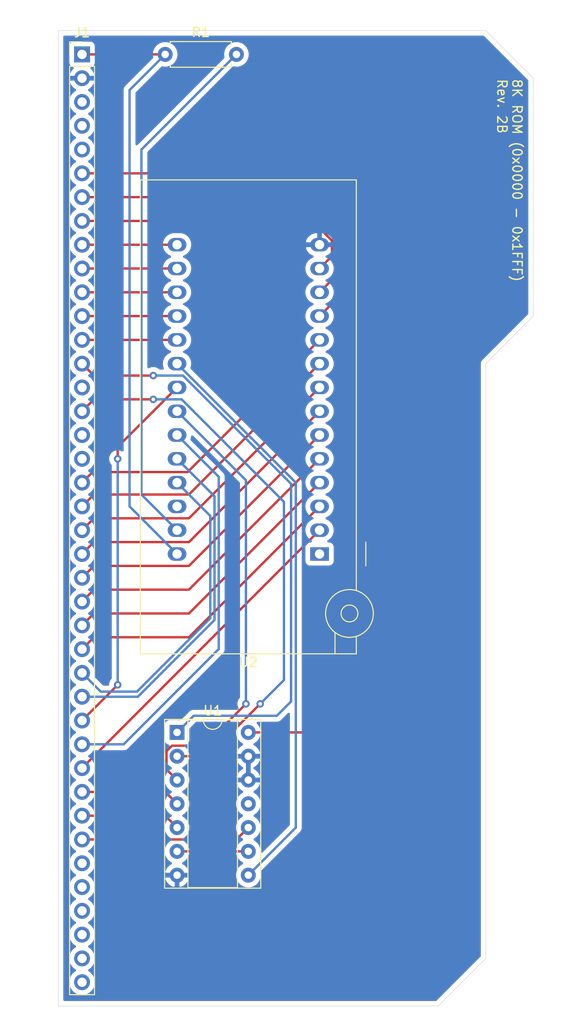
<source format=kicad_pcb>
(kicad_pcb (version 20171130) (host pcbnew 5.1.6-c6e7f7d~87~ubuntu18.04.1)

  (general
    (thickness 1.6)
    (drawings 14)
    (tracks 113)
    (zones 0)
    (modules 4)
    (nets 46)
  )

  (page A4)
  (layers
    (0 F.Cu signal)
    (31 B.Cu signal)
    (32 B.Adhes user)
    (33 F.Adhes user)
    (34 B.Paste user)
    (35 F.Paste user)
    (36 B.SilkS user)
    (37 F.SilkS user)
    (38 B.Mask user)
    (39 F.Mask user)
    (40 Dwgs.User user)
    (41 Cmts.User user)
    (42 Eco1.User user)
    (43 Eco2.User user)
    (44 Edge.Cuts user)
    (45 Margin user)
    (46 B.CrtYd user)
    (47 F.CrtYd user)
    (48 B.Fab user)
    (49 F.Fab user)
  )

  (setup
    (last_trace_width 0.25)
    (trace_clearance 0.2)
    (zone_clearance 0.508)
    (zone_45_only no)
    (trace_min 0.2)
    (via_size 0.8)
    (via_drill 0.4)
    (via_min_size 0.4)
    (via_min_drill 0.3)
    (uvia_size 0.3)
    (uvia_drill 0.1)
    (uvias_allowed no)
    (uvia_min_size 0.2)
    (uvia_min_drill 0.1)
    (edge_width 0.05)
    (segment_width 0.2)
    (pcb_text_width 0.3)
    (pcb_text_size 1.5 1.5)
    (mod_edge_width 0.12)
    (mod_text_size 1 1)
    (mod_text_width 0.15)
    (pad_size 1.524 1.524)
    (pad_drill 0.762)
    (pad_to_mask_clearance 0.05)
    (aux_axis_origin 0 0)
    (visible_elements FFFFFF7F)
    (pcbplotparams
      (layerselection 0x010fc_ffffffff)
      (usegerberextensions false)
      (usegerberattributes true)
      (usegerberadvancedattributes true)
      (creategerberjobfile true)
      (excludeedgelayer true)
      (linewidth 0.100000)
      (plotframeref false)
      (viasonmask false)
      (mode 1)
      (useauxorigin false)
      (hpglpennumber 1)
      (hpglpenspeed 20)
      (hpglpendiameter 15.000000)
      (psnegative false)
      (psa4output false)
      (plotreference true)
      (plotvalue true)
      (plotinvisibletext false)
      (padsonsilk false)
      (subtractmaskfromsilk false)
      (outputformat 1)
      (mirror false)
      (drillshape 0)
      (scaleselection 1)
      (outputdirectory ""))
  )

  (net 0 "")
  (net 1 "Net-(J1-Pad40)")
  (net 2 "Net-(J1-Pad39)")
  (net 3 "Net-(J1-Pad38)")
  (net 4 "Net-(J1-Pad37)")
  (net 5 "Net-(J1-Pad36)")
  (net 6 "Net-(J1-Pad35)")
  (net 7 "Net-(J1-Pad34)")
  (net 8 "Net-(J1-Pad33)")
  (net 9 "Net-(J1-Pad32)")
  (net 10 "Net-(J1-Pad31)")
  (net 11 "Net-(J1-Pad30)")
  (net 12 "Net-(J1-Pad29)")
  (net 13 "Net-(J1-Pad28)")
  (net 14 "Net-(J1-Pad27)")
  (net 15 "Net-(J1-Pad26)")
  (net 16 "Net-(J1-Pad25)")
  (net 17 "Net-(J1-Pad24)")
  (net 18 "Net-(J1-Pad23)")
  (net 19 "Net-(J1-Pad22)")
  (net 20 "Net-(J1-Pad21)")
  (net 21 "Net-(J1-Pad20)")
  (net 22 "Net-(J1-Pad19)")
  (net 23 "Net-(J1-Pad18)")
  (net 24 "Net-(J1-Pad17)")
  (net 25 "Net-(J1-Pad16)")
  (net 26 "Net-(J1-Pad15)")
  (net 27 "Net-(J1-Pad14)")
  (net 28 D7)
  (net 29 D6)
  (net 30 D5)
  (net 31 D4)
  (net 32 D3)
  (net 33 D2)
  (net 34 D1)
  (net 35 D0)
  (net 36 "Net-(J1-Pad5)")
  (net 37 "Net-(J1-Pad4)")
  (net 38 "Net-(J1-Pad3)")
  (net 39 GND)
  (net 40 +5V)
  (net 41 "Net-(R1-Pad2)")
  (net 42 "Net-(U1-Pad6)")
  (net 43 "Net-(U1-Pad11)")
  (net 44 "Net-(U1-Pad3)")
  (net 45 CE)

  (net_class Default "This is the default net class."
    (clearance 0.2)
    (trace_width 0.25)
    (via_dia 0.8)
    (via_drill 0.4)
    (uvia_dia 0.3)
    (uvia_drill 0.1)
    (add_net +5V)
    (add_net CE)
    (add_net D0)
    (add_net D1)
    (add_net D2)
    (add_net D3)
    (add_net D4)
    (add_net D5)
    (add_net D6)
    (add_net D7)
    (add_net GND)
    (add_net "Net-(J1-Pad14)")
    (add_net "Net-(J1-Pad15)")
    (add_net "Net-(J1-Pad16)")
    (add_net "Net-(J1-Pad17)")
    (add_net "Net-(J1-Pad18)")
    (add_net "Net-(J1-Pad19)")
    (add_net "Net-(J1-Pad20)")
    (add_net "Net-(J1-Pad21)")
    (add_net "Net-(J1-Pad22)")
    (add_net "Net-(J1-Pad23)")
    (add_net "Net-(J1-Pad24)")
    (add_net "Net-(J1-Pad25)")
    (add_net "Net-(J1-Pad26)")
    (add_net "Net-(J1-Pad27)")
    (add_net "Net-(J1-Pad28)")
    (add_net "Net-(J1-Pad29)")
    (add_net "Net-(J1-Pad3)")
    (add_net "Net-(J1-Pad30)")
    (add_net "Net-(J1-Pad31)")
    (add_net "Net-(J1-Pad32)")
    (add_net "Net-(J1-Pad33)")
    (add_net "Net-(J1-Pad34)")
    (add_net "Net-(J1-Pad35)")
    (add_net "Net-(J1-Pad36)")
    (add_net "Net-(J1-Pad37)")
    (add_net "Net-(J1-Pad38)")
    (add_net "Net-(J1-Pad39)")
    (add_net "Net-(J1-Pad4)")
    (add_net "Net-(J1-Pad40)")
    (add_net "Net-(J1-Pad5)")
    (add_net "Net-(R1-Pad2)")
    (add_net "Net-(U1-Pad11)")
    (add_net "Net-(U1-Pad3)")
    (add_net "Net-(U1-Pad6)")
  )

  (module Socket:DIP_Socket-28_W11.9_W12.7_W15.24_W17.78_W18.5_3M_228-1277-00-0602J (layer F.Cu) (tedit 5AF5D4CC) (tstamp 5F069059)
    (at 137.16 107.95 180)
    (descr "3M 28-pin zero insertion force socket, through-hole, row spacing 15.24 mm (600 mils), http://multimedia.3m.com/mws/media/494546O/3mtm-dip-sockets-100-2-54-mm-ts0365.pdf")
    (tags "THT DIP DIL ZIF 15.24mm 600mil Socket")
    (path /5F1E9E4B)
    (fp_text reference U2 (at 7.62 -11.56) (layer F.SilkS)
      (effects (font (size 1 1) (thickness 0.15)))
    )
    (fp_text value AT28C64B-15PU (at 7.62 40.84) (layer F.Fab)
      (effects (font (size 0.6 0.6) (thickness 0.09)))
    )
    (fp_text user %R (at 7.62 14.64) (layer F.Fab)
      (effects (font (size 1 1) (thickness 0.15)))
    )
    (fp_circle (center -3.2 -6.35) (end -0.65 -6.35) (layer F.SilkS) (width 0.12))
    (fp_circle (center -3.2 -6.35) (end -2.3 -6.35) (layer F.SilkS) (width 0.12))
    (fp_line (start -5.5 -23.36) (end 0.1 -23.36) (layer F.CrtYd) (width 0.05))
    (fp_line (start 0.1 -23.36) (end 0.1 -11.06) (layer F.CrtYd) (width 0.05))
    (fp_line (start 0.1 -11.06) (end 19.57 -11.06) (layer F.CrtYd) (width 0.05))
    (fp_line (start 19.57 -11.06) (end 19.57 40.34) (layer F.CrtYd) (width 0.05))
    (fp_line (start 19.57 40.34) (end -4.33 40.34) (layer F.CrtYd) (width 0.05))
    (fp_line (start -4.33 40.34) (end -4.33 -3.4) (layer F.CrtYd) (width 0.05))
    (fp_line (start -4.33 -3.4) (end -5.5 -3.4) (layer F.CrtYd) (width 0.05))
    (fp_line (start -5.5 -3.4) (end -5.5 -23.36) (layer F.CrtYd) (width 0.05))
    (fp_line (start -5 -21.46) (end -3.7 -22.86) (layer F.Fab) (width 0.1))
    (fp_line (start -3.7 -22.86) (end -1.7 -22.86) (layer F.Fab) (width 0.1))
    (fp_line (start -1.7 -22.86) (end -0.4 -21.46) (layer F.Fab) (width 0.1))
    (fp_line (start -0.4 -21.46) (end -5 -21.46) (layer F.Fab) (width 0.1))
    (fp_line (start -5 -21.46) (end -5 -17.86) (layer F.Fab) (width 0.1))
    (fp_line (start -5 -17.86) (end -0.4 -17.86) (layer F.Fab) (width 0.1))
    (fp_line (start -0.4 -17.86) (end -0.4 -21.46) (layer F.Fab) (width 0.1))
    (fp_line (start -5 -17.86) (end -3.5 -15.86) (layer F.Fab) (width 0.1))
    (fp_line (start -0.4 -17.86) (end -1.9 -15.86) (layer F.Fab) (width 0.1))
    (fp_line (start -3.5 -9.75) (end -3.5 -15.86) (layer F.Fab) (width 0.1))
    (fp_line (start -3.5 -15.86) (end -1.9 -15.86) (layer F.Fab) (width 0.1))
    (fp_line (start -1.9 -15.86) (end -1.9 -10.56) (layer F.Fab) (width 0.1))
    (fp_line (start 19.07 39.84) (end -3.83 39.84) (layer F.Fab) (width 0.1))
    (fp_line (start -3.83 39.84) (end -3.83 -9.4) (layer F.Fab) (width 0.1))
    (fp_line (start -3.83 -9.4) (end -2.85 -10.56) (layer F.Fab) (width 0.1))
    (fp_line (start -2.85 -10.56) (end 19.07 -10.56) (layer F.Fab) (width 0.1))
    (fp_line (start 19.07 -10.56) (end 19.07 39.84) (layer F.Fab) (width 0.1))
    (fp_line (start -3.93 -3.9) (end -3.93 39.94) (layer F.SilkS) (width 0.12))
    (fp_line (start -3.93 39.94) (end 19.17 39.94) (layer F.SilkS) (width 0.12))
    (fp_line (start 19.17 39.94) (end 19.17 -10.66) (layer F.SilkS) (width 0.12))
    (fp_line (start 19.17 -10.66) (end -3.93 -10.66) (layer F.SilkS) (width 0.12))
    (fp_line (start -3.93 -10.66) (end -3.93 -8.8) (layer F.SilkS) (width 0.12))
    (fp_line (start -1.65 -10.66) (end -1.65 -8.4) (layer F.SilkS) (width 0.12))
    (fp_line (start -4.95 1.27) (end -4.95 -1.27) (layer F.SilkS) (width 0.12))
    (pad 15 thru_hole oval (at 15.24 33.02 180) (size 2 1.44) (drill 1) (layers *.Cu *.Mask)
      (net 32 D3))
    (pad 14 thru_hole oval (at 0 33.02 180) (size 2 1.44) (drill 1) (layers *.Cu *.Mask)
      (net 39 GND))
    (pad 16 thru_hole oval (at 15.24 30.48 180) (size 2 1.44) (drill 1) (layers *.Cu *.Mask)
      (net 31 D4))
    (pad 13 thru_hole oval (at 0 30.48 180) (size 2 1.44) (drill 1) (layers *.Cu *.Mask)
      (net 33 D2))
    (pad 17 thru_hole oval (at 15.24 27.94 180) (size 2 1.44) (drill 1) (layers *.Cu *.Mask)
      (net 30 D5))
    (pad 12 thru_hole oval (at 0 27.94 180) (size 2 1.44) (drill 1) (layers *.Cu *.Mask)
      (net 34 D1))
    (pad 18 thru_hole oval (at 15.24 25.4 180) (size 2 1.44) (drill 1) (layers *.Cu *.Mask)
      (net 29 D6))
    (pad 11 thru_hole oval (at 0 25.4 180) (size 2 1.44) (drill 1) (layers *.Cu *.Mask)
      (net 35 D0))
    (pad 19 thru_hole oval (at 15.24 22.86 180) (size 2 1.44) (drill 1) (layers *.Cu *.Mask)
      (net 28 D7))
    (pad 10 thru_hole oval (at 0 22.86 180) (size 2 1.44) (drill 1) (layers *.Cu *.Mask)
      (net 22 "Net-(J1-Pad19)"))
    (pad 20 thru_hole oval (at 15.24 20.32 180) (size 2 1.44) (drill 1) (layers *.Cu *.Mask)
      (net 45 CE))
    (pad 9 thru_hole oval (at 0 20.32 180) (size 2 1.44) (drill 1) (layers *.Cu *.Mask)
      (net 21 "Net-(J1-Pad20)"))
    (pad 21 thru_hole oval (at 15.24 17.78 180) (size 2 1.44) (drill 1) (layers *.Cu *.Mask)
      (net 12 "Net-(J1-Pad29)"))
    (pad 8 thru_hole oval (at 0 17.78 180) (size 2 1.44) (drill 1) (layers *.Cu *.Mask)
      (net 20 "Net-(J1-Pad21)"))
    (pad 22 thru_hole oval (at 15.24 15.24 180) (size 2 1.44) (drill 1) (layers *.Cu *.Mask)
      (net 44 "Net-(U1-Pad3)"))
    (pad 7 thru_hole oval (at 0 15.24 180) (size 2 1.44) (drill 1) (layers *.Cu *.Mask)
      (net 19 "Net-(J1-Pad22)"))
    (pad 23 thru_hole oval (at 15.24 12.7 180) (size 2 1.44) (drill 1) (layers *.Cu *.Mask)
      (net 11 "Net-(J1-Pad30)"))
    (pad 6 thru_hole oval (at 0 12.7 180) (size 2 1.44) (drill 1) (layers *.Cu *.Mask)
      (net 18 "Net-(J1-Pad23)"))
    (pad 24 thru_hole oval (at 15.24 10.16 180) (size 2 1.44) (drill 1) (layers *.Cu *.Mask)
      (net 13 "Net-(J1-Pad28)"))
    (pad 5 thru_hole oval (at 0 10.16 180) (size 2 1.44) (drill 1) (layers *.Cu *.Mask)
      (net 17 "Net-(J1-Pad24)"))
    (pad 25 thru_hole oval (at 15.24 7.62 180) (size 2 1.44) (drill 1) (layers *.Cu *.Mask)
      (net 14 "Net-(J1-Pad27)"))
    (pad 4 thru_hole oval (at 0 7.62 180) (size 2 1.44) (drill 1) (layers *.Cu *.Mask)
      (net 16 "Net-(J1-Pad25)"))
    (pad 26 thru_hole oval (at 15.24 5.08 180) (size 2 1.44) (drill 1) (layers *.Cu *.Mask))
    (pad 3 thru_hole oval (at 0 5.08 180) (size 2 1.44) (drill 1) (layers *.Cu *.Mask)
      (net 15 "Net-(J1-Pad26)"))
    (pad 27 thru_hole oval (at 15.24 2.54 180) (size 2 1.44) (drill 1) (layers *.Cu *.Mask)
      (net 41 "Net-(R1-Pad2)"))
    (pad 2 thru_hole oval (at 0 2.54 180) (size 2 1.44) (drill 1) (layers *.Cu *.Mask)
      (net 10 "Net-(J1-Pad31)"))
    (pad 28 thru_hole oval (at 15.24 0 180) (size 2 1.44) (drill 1) (layers *.Cu *.Mask)
      (net 40 +5V))
    (pad 1 thru_hole rect (at 0 0 180) (size 2 1.44) (drill 1) (layers *.Cu *.Mask))
    (model ${KISYS3DMOD}/Socket.3dshapes/DIP_Socket-28_W11.9_W12.7_W15.24_W17.78_W18.5_3M_228-1277-00-0602J.wrl
      (at (xyz 0 0 0))
      (scale (xyz 1 1 1))
      (rotate (xyz 0 0 0))
    )
  )

  (module Package_DIP:DIP-14_W7.62mm_Socket (layer F.Cu) (tedit 5A02E8C5) (tstamp 5F069021)
    (at 121.92 127)
    (descr "14-lead though-hole mounted DIP package, row spacing 7.62 mm (300 mils), Socket")
    (tags "THT DIP DIL PDIP 2.54mm 7.62mm 300mil Socket")
    (path /5F1FA546)
    (fp_text reference U1 (at 3.81 -2.33) (layer F.SilkS)
      (effects (font (size 1 1) (thickness 0.15)))
    )
    (fp_text value 74LS32 (at 3.81 17.57) (layer F.Fab)
      (effects (font (size 1 1) (thickness 0.15)))
    )
    (fp_line (start 1.635 -1.27) (end 6.985 -1.27) (layer F.Fab) (width 0.1))
    (fp_line (start 6.985 -1.27) (end 6.985 16.51) (layer F.Fab) (width 0.1))
    (fp_line (start 6.985 16.51) (end 0.635 16.51) (layer F.Fab) (width 0.1))
    (fp_line (start 0.635 16.51) (end 0.635 -0.27) (layer F.Fab) (width 0.1))
    (fp_line (start 0.635 -0.27) (end 1.635 -1.27) (layer F.Fab) (width 0.1))
    (fp_line (start -1.27 -1.33) (end -1.27 16.57) (layer F.Fab) (width 0.1))
    (fp_line (start -1.27 16.57) (end 8.89 16.57) (layer F.Fab) (width 0.1))
    (fp_line (start 8.89 16.57) (end 8.89 -1.33) (layer F.Fab) (width 0.1))
    (fp_line (start 8.89 -1.33) (end -1.27 -1.33) (layer F.Fab) (width 0.1))
    (fp_line (start 2.81 -1.33) (end 1.16 -1.33) (layer F.SilkS) (width 0.12))
    (fp_line (start 1.16 -1.33) (end 1.16 16.57) (layer F.SilkS) (width 0.12))
    (fp_line (start 1.16 16.57) (end 6.46 16.57) (layer F.SilkS) (width 0.12))
    (fp_line (start 6.46 16.57) (end 6.46 -1.33) (layer F.SilkS) (width 0.12))
    (fp_line (start 6.46 -1.33) (end 4.81 -1.33) (layer F.SilkS) (width 0.12))
    (fp_line (start -1.33 -1.39) (end -1.33 16.63) (layer F.SilkS) (width 0.12))
    (fp_line (start -1.33 16.63) (end 8.95 16.63) (layer F.SilkS) (width 0.12))
    (fp_line (start 8.95 16.63) (end 8.95 -1.39) (layer F.SilkS) (width 0.12))
    (fp_line (start 8.95 -1.39) (end -1.33 -1.39) (layer F.SilkS) (width 0.12))
    (fp_line (start -1.55 -1.6) (end -1.55 16.85) (layer F.CrtYd) (width 0.05))
    (fp_line (start -1.55 16.85) (end 9.15 16.85) (layer F.CrtYd) (width 0.05))
    (fp_line (start 9.15 16.85) (end 9.15 -1.6) (layer F.CrtYd) (width 0.05))
    (fp_line (start 9.15 -1.6) (end -1.55 -1.6) (layer F.CrtYd) (width 0.05))
    (fp_text user %R (at 3.81 7.62) (layer F.Fab)
      (effects (font (size 1 1) (thickness 0.15)))
    )
    (fp_arc (start 3.81 -1.33) (end 2.81 -1.33) (angle -180) (layer F.SilkS) (width 0.12))
    (pad 14 thru_hole oval (at 7.62 0) (size 1.6 1.6) (drill 0.8) (layers *.Cu *.Mask)
      (net 40 +5V))
    (pad 7 thru_hole oval (at 0 15.24) (size 1.6 1.6) (drill 0.8) (layers *.Cu *.Mask)
      (net 39 GND))
    (pad 13 thru_hole oval (at 7.62 2.54) (size 1.6 1.6) (drill 0.8) (layers *.Cu *.Mask)
      (net 39 GND))
    (pad 6 thru_hole oval (at 0 12.7) (size 1.6 1.6) (drill 0.8) (layers *.Cu *.Mask)
      (net 42 "Net-(U1-Pad6)"))
    (pad 12 thru_hole oval (at 7.62 5.08) (size 1.6 1.6) (drill 0.8) (layers *.Cu *.Mask)
      (net 39 GND))
    (pad 5 thru_hole oval (at 0 10.16) (size 1.6 1.6) (drill 0.8) (layers *.Cu *.Mask)
      (net 8 "Net-(J1-Pad33)"))
    (pad 11 thru_hole oval (at 7.62 7.62) (size 1.6 1.6) (drill 0.8) (layers *.Cu *.Mask)
      (net 43 "Net-(U1-Pad11)"))
    (pad 4 thru_hole oval (at 0 7.62) (size 1.6 1.6) (drill 0.8) (layers *.Cu *.Mask)
      (net 9 "Net-(J1-Pad32)"))
    (pad 10 thru_hole oval (at 7.62 10.16) (size 1.6 1.6) (drill 0.8) (layers *.Cu *.Mask)
      (net 7 "Net-(J1-Pad34)"))
    (pad 3 thru_hole oval (at 0 5.08) (size 1.6 1.6) (drill 0.8) (layers *.Cu *.Mask)
      (net 44 "Net-(U1-Pad3)"))
    (pad 9 thru_hole oval (at 7.62 12.7) (size 1.6 1.6) (drill 0.8) (layers *.Cu *.Mask)
      (net 42 "Net-(U1-Pad6)"))
    (pad 2 thru_hole oval (at 0 2.54) (size 1.6 1.6) (drill 0.8) (layers *.Cu *.Mask)
      (net 25 "Net-(J1-Pad16)"))
    (pad 8 thru_hole oval (at 7.62 15.24) (size 1.6 1.6) (drill 0.8) (layers *.Cu *.Mask)
      (net 45 CE))
    (pad 1 thru_hole rect (at 0 0) (size 1.6 1.6) (drill 0.8) (layers *.Cu *.Mask)
      (net 27 "Net-(J1-Pad14)"))
    (model ${KISYS3DMOD}/Package_DIP.3dshapes/DIP-14_W7.62mm_Socket.wrl
      (at (xyz 0 0 0))
      (scale (xyz 1 1 1))
      (rotate (xyz 0 0 0))
    )
  )

  (module Resistor_THT:R_Axial_DIN0207_L6.3mm_D2.5mm_P7.62mm_Horizontal (layer F.Cu) (tedit 5AE5139B) (tstamp 5F068FF7)
    (at 120.65 54.61)
    (descr "Resistor, Axial_DIN0207 series, Axial, Horizontal, pin pitch=7.62mm, 0.25W = 1/4W, length*diameter=6.3*2.5mm^2, http://cdn-reichelt.de/documents/datenblatt/B400/1_4W%23YAG.pdf")
    (tags "Resistor Axial_DIN0207 series Axial Horizontal pin pitch 7.62mm 0.25W = 1/4W length 6.3mm diameter 2.5mm")
    (path /5F1F934B)
    (fp_text reference R1 (at 3.81 -2.37) (layer F.SilkS)
      (effects (font (size 1 1) (thickness 0.15)))
    )
    (fp_text value 10k (at 3.81 2.37) (layer F.Fab)
      (effects (font (size 1 1) (thickness 0.15)))
    )
    (fp_line (start 0.66 -1.25) (end 0.66 1.25) (layer F.Fab) (width 0.1))
    (fp_line (start 0.66 1.25) (end 6.96 1.25) (layer F.Fab) (width 0.1))
    (fp_line (start 6.96 1.25) (end 6.96 -1.25) (layer F.Fab) (width 0.1))
    (fp_line (start 6.96 -1.25) (end 0.66 -1.25) (layer F.Fab) (width 0.1))
    (fp_line (start 0 0) (end 0.66 0) (layer F.Fab) (width 0.1))
    (fp_line (start 7.62 0) (end 6.96 0) (layer F.Fab) (width 0.1))
    (fp_line (start 0.54 -1.04) (end 0.54 -1.37) (layer F.SilkS) (width 0.12))
    (fp_line (start 0.54 -1.37) (end 7.08 -1.37) (layer F.SilkS) (width 0.12))
    (fp_line (start 7.08 -1.37) (end 7.08 -1.04) (layer F.SilkS) (width 0.12))
    (fp_line (start 0.54 1.04) (end 0.54 1.37) (layer F.SilkS) (width 0.12))
    (fp_line (start 0.54 1.37) (end 7.08 1.37) (layer F.SilkS) (width 0.12))
    (fp_line (start 7.08 1.37) (end 7.08 1.04) (layer F.SilkS) (width 0.12))
    (fp_line (start -1.05 -1.5) (end -1.05 1.5) (layer F.CrtYd) (width 0.05))
    (fp_line (start -1.05 1.5) (end 8.67 1.5) (layer F.CrtYd) (width 0.05))
    (fp_line (start 8.67 1.5) (end 8.67 -1.5) (layer F.CrtYd) (width 0.05))
    (fp_line (start 8.67 -1.5) (end -1.05 -1.5) (layer F.CrtYd) (width 0.05))
    (fp_text user %R (at 3.81 0) (layer F.Fab)
      (effects (font (size 1 1) (thickness 0.15)))
    )
    (pad 2 thru_hole oval (at 7.62 0) (size 1.6 1.6) (drill 0.8) (layers *.Cu *.Mask)
      (net 41 "Net-(R1-Pad2)"))
    (pad 1 thru_hole circle (at 0 0) (size 1.6 1.6) (drill 0.8) (layers *.Cu *.Mask)
      (net 40 +5V))
    (model ${KISYS3DMOD}/Resistor_THT.3dshapes/R_Axial_DIN0207_L6.3mm_D2.5mm_P7.62mm_Horizontal.wrl
      (at (xyz 0 0 0))
      (scale (xyz 1 1 1))
      (rotate (xyz 0 0 0))
    )
  )

  (module Connector_PinHeader_2.54mm:PinHeader_1x40_P2.54mm_Vertical (layer F.Cu) (tedit 59FED5CC) (tstamp 5F068FE0)
    (at 111.76 54.61)
    (descr "Through hole straight pin header, 1x40, 2.54mm pitch, single row")
    (tags "Through hole pin header THT 1x40 2.54mm single row")
    (path /5F1E8C20)
    (fp_text reference J1 (at 0 -2.33) (layer F.SilkS)
      (effects (font (size 1 1) (thickness 0.15)))
    )
    (fp_text value Bus_Wide (at 0 101.39) (layer F.Fab)
      (effects (font (size 1 1) (thickness 0.15)))
    )
    (fp_line (start -0.635 -1.27) (end 1.27 -1.27) (layer F.Fab) (width 0.1))
    (fp_line (start 1.27 -1.27) (end 1.27 100.33) (layer F.Fab) (width 0.1))
    (fp_line (start 1.27 100.33) (end -1.27 100.33) (layer F.Fab) (width 0.1))
    (fp_line (start -1.27 100.33) (end -1.27 -0.635) (layer F.Fab) (width 0.1))
    (fp_line (start -1.27 -0.635) (end -0.635 -1.27) (layer F.Fab) (width 0.1))
    (fp_line (start -1.33 100.39) (end 1.33 100.39) (layer F.SilkS) (width 0.12))
    (fp_line (start -1.33 1.27) (end -1.33 100.39) (layer F.SilkS) (width 0.12))
    (fp_line (start 1.33 1.27) (end 1.33 100.39) (layer F.SilkS) (width 0.12))
    (fp_line (start -1.33 1.27) (end 1.33 1.27) (layer F.SilkS) (width 0.12))
    (fp_line (start -1.33 0) (end -1.33 -1.33) (layer F.SilkS) (width 0.12))
    (fp_line (start -1.33 -1.33) (end 0 -1.33) (layer F.SilkS) (width 0.12))
    (fp_line (start -1.8 -1.8) (end -1.8 100.85) (layer F.CrtYd) (width 0.05))
    (fp_line (start -1.8 100.85) (end 1.8 100.85) (layer F.CrtYd) (width 0.05))
    (fp_line (start 1.8 100.85) (end 1.8 -1.8) (layer F.CrtYd) (width 0.05))
    (fp_line (start 1.8 -1.8) (end -1.8 -1.8) (layer F.CrtYd) (width 0.05))
    (fp_text user %R (at 0 49.53 90) (layer F.Fab)
      (effects (font (size 1 1) (thickness 0.15)))
    )
    (pad 40 thru_hole oval (at 0 99.06) (size 1.7 1.7) (drill 1) (layers *.Cu *.Mask)
      (net 1 "Net-(J1-Pad40)"))
    (pad 39 thru_hole oval (at 0 96.52) (size 1.7 1.7) (drill 1) (layers *.Cu *.Mask)
      (net 2 "Net-(J1-Pad39)"))
    (pad 38 thru_hole oval (at 0 93.98) (size 1.7 1.7) (drill 1) (layers *.Cu *.Mask)
      (net 3 "Net-(J1-Pad38)"))
    (pad 37 thru_hole oval (at 0 91.44) (size 1.7 1.7) (drill 1) (layers *.Cu *.Mask)
      (net 4 "Net-(J1-Pad37)"))
    (pad 36 thru_hole oval (at 0 88.9) (size 1.7 1.7) (drill 1) (layers *.Cu *.Mask)
      (net 5 "Net-(J1-Pad36)"))
    (pad 35 thru_hole oval (at 0 86.36) (size 1.7 1.7) (drill 1) (layers *.Cu *.Mask)
      (net 6 "Net-(J1-Pad35)"))
    (pad 34 thru_hole oval (at 0 83.82) (size 1.7 1.7) (drill 1) (layers *.Cu *.Mask)
      (net 7 "Net-(J1-Pad34)"))
    (pad 33 thru_hole oval (at 0 81.28) (size 1.7 1.7) (drill 1) (layers *.Cu *.Mask)
      (net 8 "Net-(J1-Pad33)"))
    (pad 32 thru_hole oval (at 0 78.74) (size 1.7 1.7) (drill 1) (layers *.Cu *.Mask)
      (net 9 "Net-(J1-Pad32)"))
    (pad 31 thru_hole oval (at 0 76.2) (size 1.7 1.7) (drill 1) (layers *.Cu *.Mask)
      (net 10 "Net-(J1-Pad31)"))
    (pad 30 thru_hole oval (at 0 73.66) (size 1.7 1.7) (drill 1) (layers *.Cu *.Mask)
      (net 11 "Net-(J1-Pad30)"))
    (pad 29 thru_hole oval (at 0 71.12) (size 1.7 1.7) (drill 1) (layers *.Cu *.Mask)
      (net 12 "Net-(J1-Pad29)"))
    (pad 28 thru_hole oval (at 0 68.58) (size 1.7 1.7) (drill 1) (layers *.Cu *.Mask)
      (net 13 "Net-(J1-Pad28)"))
    (pad 27 thru_hole oval (at 0 66.04) (size 1.7 1.7) (drill 1) (layers *.Cu *.Mask)
      (net 14 "Net-(J1-Pad27)"))
    (pad 26 thru_hole oval (at 0 63.5) (size 1.7 1.7) (drill 1) (layers *.Cu *.Mask)
      (net 15 "Net-(J1-Pad26)"))
    (pad 25 thru_hole oval (at 0 60.96) (size 1.7 1.7) (drill 1) (layers *.Cu *.Mask)
      (net 16 "Net-(J1-Pad25)"))
    (pad 24 thru_hole oval (at 0 58.42) (size 1.7 1.7) (drill 1) (layers *.Cu *.Mask)
      (net 17 "Net-(J1-Pad24)"))
    (pad 23 thru_hole oval (at 0 55.88) (size 1.7 1.7) (drill 1) (layers *.Cu *.Mask)
      (net 18 "Net-(J1-Pad23)"))
    (pad 22 thru_hole oval (at 0 53.34) (size 1.7 1.7) (drill 1) (layers *.Cu *.Mask)
      (net 19 "Net-(J1-Pad22)"))
    (pad 21 thru_hole oval (at 0 50.8) (size 1.7 1.7) (drill 1) (layers *.Cu *.Mask)
      (net 20 "Net-(J1-Pad21)"))
    (pad 20 thru_hole oval (at 0 48.26) (size 1.7 1.7) (drill 1) (layers *.Cu *.Mask)
      (net 21 "Net-(J1-Pad20)"))
    (pad 19 thru_hole oval (at 0 45.72) (size 1.7 1.7) (drill 1) (layers *.Cu *.Mask)
      (net 22 "Net-(J1-Pad19)"))
    (pad 18 thru_hole oval (at 0 43.18) (size 1.7 1.7) (drill 1) (layers *.Cu *.Mask)
      (net 23 "Net-(J1-Pad18)"))
    (pad 17 thru_hole oval (at 0 40.64) (size 1.7 1.7) (drill 1) (layers *.Cu *.Mask)
      (net 24 "Net-(J1-Pad17)"))
    (pad 16 thru_hole oval (at 0 38.1) (size 1.7 1.7) (drill 1) (layers *.Cu *.Mask)
      (net 25 "Net-(J1-Pad16)"))
    (pad 15 thru_hole oval (at 0 35.56) (size 1.7 1.7) (drill 1) (layers *.Cu *.Mask)
      (net 26 "Net-(J1-Pad15)"))
    (pad 14 thru_hole oval (at 0 33.02) (size 1.7 1.7) (drill 1) (layers *.Cu *.Mask)
      (net 27 "Net-(J1-Pad14)"))
    (pad 13 thru_hole oval (at 0 30.48) (size 1.7 1.7) (drill 1) (layers *.Cu *.Mask)
      (net 28 D7))
    (pad 12 thru_hole oval (at 0 27.94) (size 1.7 1.7) (drill 1) (layers *.Cu *.Mask)
      (net 29 D6))
    (pad 11 thru_hole oval (at 0 25.4) (size 1.7 1.7) (drill 1) (layers *.Cu *.Mask)
      (net 30 D5))
    (pad 10 thru_hole oval (at 0 22.86) (size 1.7 1.7) (drill 1) (layers *.Cu *.Mask)
      (net 31 D4))
    (pad 9 thru_hole oval (at 0 20.32) (size 1.7 1.7) (drill 1) (layers *.Cu *.Mask)
      (net 32 D3))
    (pad 8 thru_hole oval (at 0 17.78) (size 1.7 1.7) (drill 1) (layers *.Cu *.Mask)
      (net 33 D2))
    (pad 7 thru_hole oval (at 0 15.24) (size 1.7 1.7) (drill 1) (layers *.Cu *.Mask)
      (net 34 D1))
    (pad 6 thru_hole oval (at 0 12.7) (size 1.7 1.7) (drill 1) (layers *.Cu *.Mask)
      (net 35 D0))
    (pad 5 thru_hole oval (at 0 10.16) (size 1.7 1.7) (drill 1) (layers *.Cu *.Mask)
      (net 36 "Net-(J1-Pad5)"))
    (pad 4 thru_hole oval (at 0 7.62) (size 1.7 1.7) (drill 1) (layers *.Cu *.Mask)
      (net 37 "Net-(J1-Pad4)"))
    (pad 3 thru_hole oval (at 0 5.08) (size 1.7 1.7) (drill 1) (layers *.Cu *.Mask)
      (net 38 "Net-(J1-Pad3)"))
    (pad 2 thru_hole oval (at 0 2.54) (size 1.7 1.7) (drill 1) (layers *.Cu *.Mask)
      (net 39 GND))
    (pad 1 thru_hole rect (at 0 0) (size 1.7 1.7) (drill 1) (layers *.Cu *.Mask)
      (net 40 +5V))
    (model ${KISYS3DMOD}/Connector_PinHeader_2.54mm.3dshapes/PinHeader_1x40_P2.54mm_Vertical.wrl
      (at (xyz 0 0 0))
      (scale (xyz 1 1 1))
      (rotate (xyz 0 0 0))
    )
  )

  (gr_text "8K ROM (0x0000 - 0x1FFF)\nRev. 2B" (at 157.48 57.15 270) (layer F.SilkS)
    (effects (font (size 1 1) (thickness 0.15)) (justify left))
  )
  (gr_line (start 160.02 82.55) (end 160.02 57.15) (layer Edge.Cuts) (width 0.05) (tstamp 5F068EF3))
  (gr_line (start 154.94 151.13) (end 154.94 87.63) (layer Edge.Cuts) (width 0.05) (tstamp 5F068EF2))
  (gr_line (start 109.22 156.21) (end 109.22 52.07) (layer Edge.Cuts) (width 0.05) (tstamp 5F068EED))
  (gr_line (start 149.86 156.21) (end 109.22 156.21) (layer Edge.Cuts) (width 0.05))
  (gr_line (start 154.94 151.13) (end 149.86 156.21) (layer Edge.Cuts) (width 0.05))
  (gr_line (start 160.02 82.55) (end 154.94 87.63) (layer Edge.Cuts) (width 0.05))
  (gr_line (start 154.94 52.07) (end 160.02 57.15) (layer Edge.Cuts) (width 0.05))
  (gr_line (start 109.22 52.07) (end 154.94 52.07) (layer Edge.Cuts) (width 0.05))
  (dimension 50.8 (width 0.15) (layer Dwgs.User)
    (gr_text "50.800 mm" (at 134.62 158.78) (layer Dwgs.User)
      (effects (font (size 1 1) (thickness 0.15)))
    )
    (feature1 (pts (xy 160.02 156.21) (xy 160.02 158.066421)))
    (feature2 (pts (xy 109.22 156.21) (xy 109.22 158.066421)))
    (crossbar (pts (xy 109.22 157.48) (xy 160.02 157.48)))
    (arrow1a (pts (xy 160.02 157.48) (xy 158.893496 158.066421)))
    (arrow1b (pts (xy 160.02 157.48) (xy 158.893496 156.893579)))
    (arrow2a (pts (xy 109.22 157.48) (xy 110.346504 158.066421)))
    (arrow2b (pts (xy 109.22 157.48) (xy 110.346504 156.893579)))
  )
  (dimension 68.58 (width 0.15) (layer Dwgs.User)
    (gr_text "68.580 mm" (at 162.59 121.92 270) (layer Dwgs.User)
      (effects (font (size 1 1) (thickness 0.15)))
    )
    (feature1 (pts (xy 160.02 156.21) (xy 161.876421 156.21)))
    (feature2 (pts (xy 160.02 87.63) (xy 161.876421 87.63)))
    (crossbar (pts (xy 161.29 87.63) (xy 161.29 156.21)))
    (arrow1a (pts (xy 161.29 156.21) (xy 160.703579 155.083496)))
    (arrow1b (pts (xy 161.29 156.21) (xy 161.876421 155.083496)))
    (arrow2a (pts (xy 161.29 87.63) (xy 160.703579 88.756504)))
    (arrow2b (pts (xy 161.29 87.63) (xy 161.876421 88.756504)))
  )
  (dimension 35.56 (width 0.15) (layer Dwgs.User)
    (gr_text "35.560 mm" (at 162.59 69.85 270) (layer Dwgs.User)
      (effects (font (size 1 1) (thickness 0.15)))
    )
    (feature1 (pts (xy 160.02 87.63) (xy 161.876421 87.63)))
    (feature2 (pts (xy 160.02 52.07) (xy 161.876421 52.07)))
    (crossbar (pts (xy 161.29 52.07) (xy 161.29 87.63)))
    (arrow1a (pts (xy 161.29 87.63) (xy 160.703579 86.503496)))
    (arrow1b (pts (xy 161.29 87.63) (xy 161.876421 86.503496)))
    (arrow2a (pts (xy 161.29 52.07) (xy 160.703579 53.196504)))
    (arrow2b (pts (xy 161.29 52.07) (xy 161.876421 53.196504)))
  )
  (dimension 104.14 (width 0.15) (layer Dwgs.User)
    (gr_text "104.140 mm" (at 106.65 104.14 270) (layer Dwgs.User)
      (effects (font (size 1 1) (thickness 0.15)))
    )
    (feature1 (pts (xy 109.22 156.21) (xy 107.363579 156.21)))
    (feature2 (pts (xy 109.22 52.07) (xy 107.363579 52.07)))
    (crossbar (pts (xy 107.95 52.07) (xy 107.95 156.21)))
    (arrow1a (pts (xy 107.95 156.21) (xy 107.363579 155.083496)))
    (arrow1b (pts (xy 107.95 156.21) (xy 108.536421 155.083496)))
    (arrow2a (pts (xy 107.95 52.07) (xy 107.363579 53.196504)))
    (arrow2b (pts (xy 107.95 52.07) (xy 108.536421 53.196504)))
  )
  (dimension 50.8 (width 0.15) (layer Dwgs.User)
    (gr_text "50.800 mm" (at 134.62 49.5) (layer Dwgs.User)
      (effects (font (size 1 1) (thickness 0.15)))
    )
    (feature1 (pts (xy 160.02 52.07) (xy 160.02 50.213579)))
    (feature2 (pts (xy 109.22 52.07) (xy 109.22 50.213579)))
    (crossbar (pts (xy 109.22 50.8) (xy 160.02 50.8)))
    (arrow1a (pts (xy 160.02 50.8) (xy 158.893496 51.386421)))
    (arrow1b (pts (xy 160.02 50.8) (xy 158.893496 50.213579)))
    (arrow2a (pts (xy 109.22 50.8) (xy 110.346504 51.386421)))
    (arrow2b (pts (xy 109.22 50.8) (xy 110.346504 50.213579)))
  )

  (segment (start 128.27 138.43) (end 129.54 137.16) (width 0.25) (layer F.Cu) (net 7))
  (segment (start 111.76 138.43) (end 128.27 138.43) (width 0.25) (layer F.Cu) (net 7))
  (segment (start 120.65 135.89) (end 121.92 137.16) (width 0.25) (layer F.Cu) (net 8))
  (segment (start 111.76 135.89) (end 120.65 135.89) (width 0.25) (layer F.Cu) (net 8))
  (segment (start 120.65 133.35) (end 121.92 134.62) (width 0.25) (layer F.Cu) (net 9))
  (segment (start 111.76 133.35) (end 120.65 133.35) (width 0.25) (layer F.Cu) (net 9))
  (segment (start 111.76 130.81) (end 137.16 105.41) (width 0.25) (layer F.Cu) (net 10))
  (segment (start 111.76 128.27) (end 116.20923 128.27) (width 0.25) (layer B.Cu) (net 11))
  (segment (start 126.376019 99.706019) (end 121.92 95.25) (width 0.25) (layer B.Cu) (net 11))
  (segment (start 126.376019 118.103211) (end 126.376019 99.706019) (width 0.25) (layer B.Cu) (net 11))
  (segment (start 116.20923 128.27) (end 126.376019 118.103211) (width 0.25) (layer B.Cu) (net 11))
  (via (at 115.57 97.79) (size 0.8) (drill 0.4) (layers F.Cu B.Cu) (net 12))
  (segment (start 121.92 90.17) (end 115.57 96.52) (width 0.25) (layer F.Cu) (net 12))
  (segment (start 115.57 96.52) (end 115.57 97.79) (width 0.25) (layer F.Cu) (net 12))
  (via (at 115.57 121.92) (size 0.8) (drill 0.4) (layers F.Cu B.Cu) (net 12))
  (segment (start 115.57 97.79) (end 115.57 121.92) (width 0.25) (layer B.Cu) (net 12))
  (segment (start 115.57 121.92) (end 111.76 125.73) (width 0.25) (layer F.Cu) (net 12))
  (segment (start 125.92601 114.9944) (end 125.92601 101.79601) (width 0.25) (layer B.Cu) (net 13))
  (segment (start 125.92601 101.79601) (end 121.92 97.79) (width 0.25) (layer B.Cu) (net 13))
  (segment (start 117.73041 123.19) (end 125.92601 114.9944) (width 0.25) (layer B.Cu) (net 13))
  (segment (start 111.76 123.19) (end 117.73041 123.19) (width 0.25) (layer B.Cu) (net 13))
  (segment (start 113.755001 122.645001) (end 117.638999 122.645001) (width 0.25) (layer B.Cu) (net 14))
  (segment (start 111.76 120.65) (end 113.755001 122.645001) (width 0.25) (layer B.Cu) (net 14))
  (segment (start 117.638999 122.645001) (end 125.476 114.808) (width 0.25) (layer B.Cu) (net 14))
  (segment (start 125.476 103.886) (end 121.92 100.33) (width 0.25) (layer B.Cu) (net 14))
  (segment (start 125.476 114.808) (end 125.476 103.886) (width 0.25) (layer B.Cu) (net 14))
  (segment (start 111.76 118.11) (end 113.03 116.84) (width 0.25) (layer F.Cu) (net 15))
  (segment (start 113.03 116.84) (end 123.19 116.84) (width 0.25) (layer F.Cu) (net 15))
  (segment (start 123.19 116.84) (end 137.16 102.87) (width 0.25) (layer F.Cu) (net 15))
  (segment (start 111.76 115.57) (end 113.03 114.3) (width 0.25) (layer F.Cu) (net 16))
  (segment (start 113.03 114.3) (end 123.19 114.3) (width 0.25) (layer F.Cu) (net 16))
  (segment (start 123.19 114.3) (end 137.16 100.33) (width 0.25) (layer F.Cu) (net 16))
  (segment (start 111.76 113.03) (end 113.03 111.76) (width 0.25) (layer F.Cu) (net 17))
  (segment (start 113.03 111.76) (end 123.19 111.76) (width 0.25) (layer F.Cu) (net 17))
  (segment (start 123.19 111.76) (end 137.16 97.79) (width 0.25) (layer F.Cu) (net 17))
  (segment (start 111.76 110.49) (end 113.03 109.22) (width 0.25) (layer F.Cu) (net 18))
  (segment (start 123.19 109.22) (end 137.16 95.25) (width 0.25) (layer F.Cu) (net 18))
  (segment (start 113.03 109.22) (end 123.19 109.22) (width 0.25) (layer F.Cu) (net 18))
  (segment (start 111.76 107.95) (end 113.03 106.68) (width 0.25) (layer F.Cu) (net 19))
  (segment (start 113.03 106.68) (end 123.19 106.68) (width 0.25) (layer F.Cu) (net 19))
  (segment (start 123.19 106.68) (end 137.16 92.71) (width 0.25) (layer F.Cu) (net 19))
  (segment (start 111.76 105.41) (end 113.03 104.14) (width 0.25) (layer F.Cu) (net 20))
  (segment (start 113.03 104.14) (end 123.19 104.14) (width 0.25) (layer F.Cu) (net 20))
  (segment (start 123.19 104.14) (end 137.16 90.17) (width 0.25) (layer F.Cu) (net 20))
  (segment (start 123.19 101.6) (end 137.16 87.63) (width 0.25) (layer F.Cu) (net 21))
  (segment (start 111.76 102.87) (end 113.03 101.6) (width 0.25) (layer F.Cu) (net 21))
  (segment (start 113.03 101.6) (end 123.19 101.6) (width 0.25) (layer F.Cu) (net 21))
  (segment (start 123.045001 99.204999) (end 137.16 85.09) (width 0.25) (layer F.Cu) (net 22))
  (segment (start 112.885001 99.204999) (end 123.045001 99.204999) (width 0.25) (layer F.Cu) (net 22))
  (segment (start 111.76 100.33) (end 112.885001 99.204999) (width 0.25) (layer F.Cu) (net 22))
  (via (at 119.38 91.44) (size 0.8) (drill 0.4) (layers F.Cu B.Cu) (net 25))
  (segment (start 122.315002 91.44) (end 119.38 91.44) (width 0.25) (layer B.Cu) (net 25))
  (segment (start 113.03 91.44) (end 111.76 92.71) (width 0.25) (layer F.Cu) (net 25))
  (segment (start 119.38 91.44) (end 113.03 91.44) (width 0.25) (layer F.Cu) (net 25))
  (segment (start 122.407867 91.44) (end 133.35 102.382133) (width 0.25) (layer B.Cu) (net 25))
  (segment (start 122.315002 91.44) (end 122.407867 91.44) (width 0.25) (layer B.Cu) (net 25))
  (via (at 130.81 123.952) (size 0.8) (drill 0.4) (layers F.Cu B.Cu) (net 25))
  (segment (start 133.35 102.382133) (end 133.35 121.412) (width 0.25) (layer B.Cu) (net 25))
  (segment (start 133.35 121.412) (end 130.81 123.952) (width 0.25) (layer B.Cu) (net 25))
  (segment (start 125.222 129.54) (end 121.92 129.54) (width 0.25) (layer F.Cu) (net 25))
  (segment (start 130.81 123.952) (end 125.222 129.54) (width 0.25) (layer F.Cu) (net 25))
  (via (at 119.38 88.9) (size 0.8) (drill 0.4) (layers F.Cu B.Cu) (net 27))
  (segment (start 113.03 88.9) (end 111.76 87.63) (width 0.25) (layer F.Cu) (net 27))
  (segment (start 119.38 88.9) (end 113.03 88.9) (width 0.25) (layer F.Cu) (net 27))
  (segment (start 123.698 125.222) (end 121.92 127) (width 0.25) (layer B.Cu) (net 27))
  (segment (start 134.16999 100.5164) (end 134.112 100.57439) (width 0.25) (layer B.Cu) (net 27))
  (segment (start 119.38 88.9) (end 122.55359 88.9) (width 0.25) (layer B.Cu) (net 27))
  (segment (start 134.112 123.698) (end 132.588 125.222) (width 0.25) (layer B.Cu) (net 27))
  (segment (start 122.55359 88.9) (end 134.16999 100.5164) (width 0.25) (layer B.Cu) (net 27))
  (segment (start 134.112 100.57439) (end 134.112 123.698) (width 0.25) (layer B.Cu) (net 27))
  (segment (start 132.588 125.222) (end 123.698 125.222) (width 0.25) (layer B.Cu) (net 27))
  (segment (start 111.76 85.09) (end 121.92 85.09) (width 0.25) (layer F.Cu) (net 28))
  (segment (start 111.76 82.55) (end 121.92 82.55) (width 0.25) (layer F.Cu) (net 29))
  (segment (start 111.76 80.01) (end 121.92 80.01) (width 0.25) (layer F.Cu) (net 30))
  (segment (start 111.76 77.47) (end 121.92 77.47) (width 0.25) (layer F.Cu) (net 31))
  (segment (start 111.76 74.93) (end 121.92 74.93) (width 0.25) (layer F.Cu) (net 32))
  (segment (start 138.285001 76.344999) (end 137.16 77.47) (width 0.25) (layer F.Cu) (net 33))
  (segment (start 138.48501 76.14499) (end 138.285001 76.344999) (width 0.25) (layer F.Cu) (net 33))
  (segment (start 138.48501 74.497143) (end 138.48501 76.14499) (width 0.25) (layer F.Cu) (net 33))
  (segment (start 136.377867 72.39) (end 138.48501 74.497143) (width 0.25) (layer F.Cu) (net 33))
  (segment (start 111.76 72.39) (end 136.377867 72.39) (width 0.25) (layer F.Cu) (net 33))
  (segment (start 134.381412 69.85) (end 111.76 69.85) (width 0.25) (layer F.Cu) (net 34))
  (segment (start 134.474277 69.85) (end 134.381412 69.85) (width 0.25) (layer F.Cu) (net 34))
  (segment (start 138.935019 74.310742) (end 134.474277 69.85) (width 0.25) (layer F.Cu) (net 34))
  (segment (start 138.93502 78.23498) (end 138.935019 74.310742) (width 0.25) (layer F.Cu) (net 34))
  (segment (start 137.16 80.01) (end 138.93502 78.23498) (width 0.25) (layer F.Cu) (net 34))
  (segment (start 132.477822 67.31) (end 111.76 67.31) (width 0.25) (layer F.Cu) (net 35))
  (segment (start 132.570687 67.31) (end 132.477822 67.31) (width 0.25) (layer F.Cu) (net 35))
  (segment (start 139.385028 74.124341) (end 132.570687 67.31) (width 0.25) (layer F.Cu) (net 35))
  (segment (start 139.385029 80.324971) (end 139.385028 74.124341) (width 0.25) (layer F.Cu) (net 35))
  (segment (start 137.16 82.55) (end 139.385029 80.324971) (width 0.25) (layer F.Cu) (net 35))
  (segment (start 111.76 54.61) (end 120.65 54.61) (width 0.25) (layer F.Cu) (net 40))
  (segment (start 120.65 54.61) (end 116.84 58.42) (width 0.25) (layer B.Cu) (net 40))
  (segment (start 116.84 102.87) (end 121.92 107.95) (width 0.25) (layer B.Cu) (net 40))
  (segment (start 116.84 58.42) (end 116.84 102.87) (width 0.25) (layer B.Cu) (net 40))
  (segment (start 136.906 127) (end 129.54 127) (width 0.25) (layer F.Cu) (net 40))
  (segment (start 139.635029 124.270971) (end 136.906 127) (width 0.25) (layer F.Cu) (net 40))
  (segment (start 120.794999 62.085001) (end 128.27 54.61) (width 0.25) (layer B.Cu) (net 41))
  (segment (start 121.92 105.41) (end 118.11 101.6) (width 0.25) (layer B.Cu) (net 41))
  (segment (start 118.11 64.77) (end 120.794999 62.085001) (width 0.25) (layer B.Cu) (net 41))
  (segment (start 118.11 101.6) (end 118.11 64.77) (width 0.25) (layer B.Cu) (net 41))
  (segment (start 121.92 139.7) (end 129.54 139.7) (width 0.25) (layer F.Cu) (net 42))
  (via (at 129.286 123.952) (size 0.8) (drill 0.4) (layers F.Cu B.Cu) (net 44))
  (segment (start 121.92 92.71) (end 129.286 100.076) (width 0.25) (layer B.Cu) (net 44))
  (segment (start 129.286 100.076) (end 129.286 123.952) (width 0.25) (layer B.Cu) (net 44))
  (segment (start 120.794999 130.954999) (end 121.92 132.08) (width 0.25) (layer F.Cu) (net 44))
  (segment (start 120.794999 128.999999) (end 120.794999 130.954999) (width 0.25) (layer F.Cu) (net 44))
  (segment (start 121.379999 128.414999) (end 120.794999 128.999999) (width 0.25) (layer F.Cu) (net 44))
  (segment (start 124.823001 128.414999) (end 121.379999 128.414999) (width 0.25) (layer F.Cu) (net 44))
  (segment (start 129.286 123.952) (end 124.823001 128.414999) (width 0.25) (layer F.Cu) (net 44))
  (segment (start 121.92 87.63) (end 134.62 100.33) (width 0.25) (layer B.Cu) (net 45))
  (segment (start 134.62 137.16) (end 129.54 142.24) (width 0.25) (layer B.Cu) (net 45))
  (segment (start 134.62 100.33) (end 134.62 137.16) (width 0.25) (layer B.Cu) (net 45))

  (zone (net 39) (net_name GND) (layer B.Cu) (tstamp 5F336F12) (hatch edge 0.508)
    (connect_pads (clearance 0.508))
    (min_thickness 0.254)
    (fill yes (arc_segments 32) (thermal_gap 0.508) (thermal_bridge_width 0.508))
    (polygon
      (pts
        (xy 160.02 57.15) (xy 160.02 82.55) (xy 154.94 87.63) (xy 154.94 151.13) (xy 149.86 156.21)
        (xy 109.22 156.21) (xy 109.22 52.07) (xy 154.94 52.07)
      )
    )
    (filled_polygon
      (pts
        (xy 159.360001 57.423382) (xy 159.36 82.276619) (xy 154.496232 87.140388) (xy 154.471053 87.161052) (xy 154.450389 87.186231)
        (xy 154.450386 87.186234) (xy 154.388575 87.26155) (xy 154.32729 87.376208) (xy 154.289551 87.500618) (xy 154.276808 87.63)
        (xy 154.280001 87.662419) (xy 154.28 150.856619) (xy 149.58662 155.55) (xy 109.88 155.55) (xy 109.88 59.54374)
        (xy 110.275 59.54374) (xy 110.275 59.83626) (xy 110.332068 60.123158) (xy 110.44401 60.393411) (xy 110.606525 60.636632)
        (xy 110.813368 60.843475) (xy 110.98776 60.96) (xy 110.813368 61.076525) (xy 110.606525 61.283368) (xy 110.44401 61.526589)
        (xy 110.332068 61.796842) (xy 110.275 62.08374) (xy 110.275 62.37626) (xy 110.332068 62.663158) (xy 110.44401 62.933411)
        (xy 110.606525 63.176632) (xy 110.813368 63.383475) (xy 110.98776 63.5) (xy 110.813368 63.616525) (xy 110.606525 63.823368)
        (xy 110.44401 64.066589) (xy 110.332068 64.336842) (xy 110.275 64.62374) (xy 110.275 64.91626) (xy 110.332068 65.203158)
        (xy 110.44401 65.473411) (xy 110.606525 65.716632) (xy 110.813368 65.923475) (xy 110.98776 66.04) (xy 110.813368 66.156525)
        (xy 110.606525 66.363368) (xy 110.44401 66.606589) (xy 110.332068 66.876842) (xy 110.275 67.16374) (xy 110.275 67.45626)
        (xy 110.332068 67.743158) (xy 110.44401 68.013411) (xy 110.606525 68.256632) (xy 110.813368 68.463475) (xy 110.98776 68.58)
        (xy 110.813368 68.696525) (xy 110.606525 68.903368) (xy 110.44401 69.146589) (xy 110.332068 69.416842) (xy 110.275 69.70374)
        (xy 110.275 69.99626) (xy 110.332068 70.283158) (xy 110.44401 70.553411) (xy 110.606525 70.796632) (xy 110.813368 71.003475)
        (xy 110.98776 71.12) (xy 110.813368 71.236525) (xy 110.606525 71.443368) (xy 110.44401 71.686589) (xy 110.332068 71.956842)
        (xy 110.275 72.24374) (xy 110.275 72.53626) (xy 110.332068 72.823158) (xy 110.44401 73.093411) (xy 110.606525 73.336632)
        (xy 110.813368 73.543475) (xy 110.98776 73.66) (xy 110.813368 73.776525) (xy 110.606525 73.983368) (xy 110.44401 74.226589)
        (xy 110.332068 74.496842) (xy 110.275 74.78374) (xy 110.275 75.07626) (xy 110.332068 75.363158) (xy 110.44401 75.633411)
        (xy 110.606525 75.876632) (xy 110.813368 76.083475) (xy 110.98776 76.2) (xy 110.813368 76.316525) (xy 110.606525 76.523368)
        (xy 110.44401 76.766589) (xy 110.332068 77.036842) (xy 110.275 77.32374) (xy 110.275 77.61626) (xy 110.332068 77.903158)
        (xy 110.44401 78.173411) (xy 110.606525 78.416632) (xy 110.813368 78.623475) (xy 110.98776 78.74) (xy 110.813368 78.856525)
        (xy 110.606525 79.063368) (xy 110.44401 79.306589) (xy 110.332068 79.576842) (xy 110.275 79.86374) (xy 110.275 80.15626)
        (xy 110.332068 80.443158) (xy 110.44401 80.713411) (xy 110.606525 80.956632) (xy 110.813368 81.163475) (xy 110.98776 81.28)
        (xy 110.813368 81.396525) (xy 110.606525 81.603368) (xy 110.44401 81.846589) (xy 110.332068 82.116842) (xy 110.275 82.40374)
        (xy 110.275 82.69626) (xy 110.332068 82.983158) (xy 110.44401 83.253411) (xy 110.606525 83.496632) (xy 110.813368 83.703475)
        (xy 110.98776 83.82) (xy 110.813368 83.936525) (xy 110.606525 84.143368) (xy 110.44401 84.386589) (xy 110.332068 84.656842)
        (xy 110.275 84.94374) (xy 110.275 85.23626) (xy 110.332068 85.523158) (xy 110.44401 85.793411) (xy 110.606525 86.036632)
        (xy 110.813368 86.243475) (xy 110.98776 86.36) (xy 110.813368 86.476525) (xy 110.606525 86.683368) (xy 110.44401 86.926589)
        (xy 110.332068 87.196842) (xy 110.275 87.48374) (xy 110.275 87.77626) (xy 110.332068 88.063158) (xy 110.44401 88.333411)
        (xy 110.606525 88.576632) (xy 110.813368 88.783475) (xy 110.98776 88.9) (xy 110.813368 89.016525) (xy 110.606525 89.223368)
        (xy 110.44401 89.466589) (xy 110.332068 89.736842) (xy 110.275 90.02374) (xy 110.275 90.31626) (xy 110.332068 90.603158)
        (xy 110.44401 90.873411) (xy 110.606525 91.116632) (xy 110.813368 91.323475) (xy 110.98776 91.44) (xy 110.813368 91.556525)
        (xy 110.606525 91.763368) (xy 110.44401 92.006589) (xy 110.332068 92.276842) (xy 110.275 92.56374) (xy 110.275 92.85626)
        (xy 110.332068 93.143158) (xy 110.44401 93.413411) (xy 110.606525 93.656632) (xy 110.813368 93.863475) (xy 110.98776 93.98)
        (xy 110.813368 94.096525) (xy 110.606525 94.303368) (xy 110.44401 94.546589) (xy 110.332068 94.816842) (xy 110.275 95.10374)
        (xy 110.275 95.39626) (xy 110.332068 95.683158) (xy 110.44401 95.953411) (xy 110.606525 96.196632) (xy 110.813368 96.403475)
        (xy 110.98776 96.52) (xy 110.813368 96.636525) (xy 110.606525 96.843368) (xy 110.44401 97.086589) (xy 110.332068 97.356842)
        (xy 110.275 97.64374) (xy 110.275 97.93626) (xy 110.332068 98.223158) (xy 110.44401 98.493411) (xy 110.606525 98.736632)
        (xy 110.813368 98.943475) (xy 110.98776 99.06) (xy 110.813368 99.176525) (xy 110.606525 99.383368) (xy 110.44401 99.626589)
        (xy 110.332068 99.896842) (xy 110.275 100.18374) (xy 110.275 100.47626) (xy 110.332068 100.763158) (xy 110.44401 101.033411)
        (xy 110.606525 101.276632) (xy 110.813368 101.483475) (xy 110.98776 101.6) (xy 110.813368 101.716525) (xy 110.606525 101.923368)
        (xy 110.44401 102.166589) (xy 110.332068 102.436842) (xy 110.275 102.72374) (xy 110.275 103.01626) (xy 110.332068 103.303158)
        (xy 110.44401 103.573411) (xy 110.606525 103.816632) (xy 110.813368 104.023475) (xy 110.98776 104.14) (xy 110.813368 104.256525)
        (xy 110.606525 104.463368) (xy 110.44401 104.706589) (xy 110.332068 104.976842) (xy 110.275 105.26374) (xy 110.275 105.55626)
        (xy 110.332068 105.843158) (xy 110.44401 106.113411) (xy 110.606525 106.356632) (xy 110.813368 106.563475) (xy 110.98776 106.68)
        (xy 110.813368 106.796525) (xy 110.606525 107.003368) (xy 110.44401 107.246589) (xy 110.332068 107.516842) (xy 110.275 107.80374)
        (xy 110.275 108.09626) (xy 110.332068 108.383158) (xy 110.44401 108.653411) (xy 110.606525 108.896632) (xy 110.813368 109.103475)
        (xy 110.98776 109.22) (xy 110.813368 109.336525) (xy 110.606525 109.543368) (xy 110.44401 109.786589) (xy 110.332068 110.056842)
        (xy 110.275 110.34374) (xy 110.275 110.63626) (xy 110.332068 110.923158) (xy 110.44401 111.193411) (xy 110.606525 111.436632)
        (xy 110.813368 111.643475) (xy 110.98776 111.76) (xy 110.813368 111.876525) (xy 110.606525 112.083368) (xy 110.44401 112.326589)
        (xy 110.332068 112.596842) (xy 110.275 112.88374) (xy 110.275 113.17626) (xy 110.332068 113.463158) (xy 110.44401 113.733411)
        (xy 110.606525 113.976632) (xy 110.813368 114.183475) (xy 110.98776 114.3) (xy 110.813368 114.416525) (xy 110.606525 114.623368)
        (xy 110.44401 114.866589) (xy 110.332068 115.136842) (xy 110.275 115.42374) (xy 110.275 115.71626) (xy 110.332068 116.003158)
        (xy 110.44401 116.273411) (xy 110.606525 116.516632) (xy 110.813368 116.723475) (xy 110.98776 116.84) (xy 110.813368 116.956525)
        (xy 110.606525 117.163368) (xy 110.44401 117.406589) (xy 110.332068 117.676842) (xy 110.275 117.96374) (xy 110.275 118.25626)
        (xy 110.332068 118.543158) (xy 110.44401 118.813411) (xy 110.606525 119.056632) (xy 110.813368 119.263475) (xy 110.98776 119.38)
        (xy 110.813368 119.496525) (xy 110.606525 119.703368) (xy 110.44401 119.946589) (xy 110.332068 120.216842) (xy 110.275 120.50374)
        (xy 110.275 120.79626) (xy 110.332068 121.083158) (xy 110.44401 121.353411) (xy 110.606525 121.596632) (xy 110.813368 121.803475)
        (xy 110.98776 121.92) (xy 110.813368 122.036525) (xy 110.606525 122.243368) (xy 110.44401 122.486589) (xy 110.332068 122.756842)
        (xy 110.275 123.04374) (xy 110.275 123.33626) (xy 110.332068 123.623158) (xy 110.44401 123.893411) (xy 110.606525 124.136632)
        (xy 110.813368 124.343475) (xy 110.98776 124.46) (xy 110.813368 124.576525) (xy 110.606525 124.783368) (xy 110.44401 125.026589)
        (xy 110.332068 125.296842) (xy 110.275 125.58374) (xy 110.275 125.87626) (xy 110.332068 126.163158) (xy 110.44401 126.433411)
        (xy 110.606525 126.676632) (xy 110.813368 126.883475) (xy 110.98776 127) (xy 110.813368 127.116525) (xy 110.606525 127.323368)
        (xy 110.44401 127.566589) (xy 110.332068 127.836842) (xy 110.275 128.12374) (xy 110.275 128.41626) (xy 110.332068 128.703158)
        (xy 110.44401 128.973411) (xy 110.606525 129.216632) (xy 110.813368 129.423475) (xy 110.98776 129.54) (xy 110.813368 129.656525)
        (xy 110.606525 129.863368) (xy 110.44401 130.106589) (xy 110.332068 130.376842) (xy 110.275 130.66374) (xy 110.275 130.95626)
        (xy 110.332068 131.243158) (xy 110.44401 131.513411) (xy 110.606525 131.756632) (xy 110.813368 131.963475) (xy 110.98776 132.08)
        (xy 110.813368 132.196525) (xy 110.606525 132.403368) (xy 110.44401 132.646589) (xy 110.332068 132.916842) (xy 110.275 133.20374)
        (xy 110.275 133.49626) (xy 110.332068 133.783158) (xy 110.44401 134.053411) (xy 110.606525 134.296632) (xy 110.813368 134.503475)
        (xy 110.98776 134.62) (xy 110.813368 134.736525) (xy 110.606525 134.943368) (xy 110.44401 135.186589) (xy 110.332068 135.456842)
        (xy 110.275 135.74374) (xy 110.275 136.03626) (xy 110.332068 136.323158) (xy 110.44401 136.593411) (xy 110.606525 136.836632)
        (xy 110.813368 137.043475) (xy 110.98776 137.16) (xy 110.813368 137.276525) (xy 110.606525 137.483368) (xy 110.44401 137.726589)
        (xy 110.332068 137.996842) (xy 110.275 138.28374) (xy 110.275 138.57626) (xy 110.332068 138.863158) (xy 110.44401 139.133411)
        (xy 110.606525 139.376632) (xy 110.813368 139.583475) (xy 110.98776 139.7) (xy 110.813368 139.816525) (xy 110.606525 140.023368)
        (xy 110.44401 140.266589) (xy 110.332068 140.536842) (xy 110.275 140.82374) (xy 110.275 141.11626) (xy 110.332068 141.403158)
        (xy 110.44401 141.673411) (xy 110.606525 141.916632) (xy 110.813368 142.123475) (xy 110.98776 142.24) (xy 110.813368 142.356525)
        (xy 110.606525 142.563368) (xy 110.44401 142.806589) (xy 110.332068 143.076842) (xy 110.275 143.36374) (xy 110.275 143.65626)
        (xy 110.332068 143.943158) (xy 110.44401 144.213411) (xy 110.606525 144.456632) (xy 110.813368 144.663475) (xy 110.98776 144.78)
        (xy 110.813368 144.896525) (xy 110.606525 145.103368) (xy 110.44401 145.346589) (xy 110.332068 145.616842) (xy 110.275 145.90374)
        (xy 110.275 146.19626) (xy 110.332068 146.483158) (xy 110.44401 146.753411) (xy 110.606525 146.996632) (xy 110.813368 147.203475)
        (xy 110.98776 147.32) (xy 110.813368 147.436525) (xy 110.606525 147.643368) (xy 110.44401 147.886589) (xy 110.332068 148.156842)
        (xy 110.275 148.44374) (xy 110.275 148.73626) (xy 110.332068 149.023158) (xy 110.44401 149.293411) (xy 110.606525 149.536632)
        (xy 110.813368 149.743475) (xy 110.98776 149.86) (xy 110.813368 149.976525) (xy 110.606525 150.183368) (xy 110.44401 150.426589)
        (xy 110.332068 150.696842) (xy 110.275 150.98374) (xy 110.275 151.27626) (xy 110.332068 151.563158) (xy 110.44401 151.833411)
        (xy 110.606525 152.076632) (xy 110.813368 152.283475) (xy 110.98776 152.4) (xy 110.813368 152.516525) (xy 110.606525 152.723368)
        (xy 110.44401 152.966589) (xy 110.332068 153.236842) (xy 110.275 153.52374) (xy 110.275 153.81626) (xy 110.332068 154.103158)
        (xy 110.44401 154.373411) (xy 110.606525 154.616632) (xy 110.813368 154.823475) (xy 111.056589 154.98599) (xy 111.326842 155.097932)
        (xy 111.61374 155.155) (xy 111.90626 155.155) (xy 112.193158 155.097932) (xy 112.463411 154.98599) (xy 112.706632 154.823475)
        (xy 112.913475 154.616632) (xy 113.07599 154.373411) (xy 113.187932 154.103158) (xy 113.245 153.81626) (xy 113.245 153.52374)
        (xy 113.187932 153.236842) (xy 113.07599 152.966589) (xy 112.913475 152.723368) (xy 112.706632 152.516525) (xy 112.53224 152.4)
        (xy 112.706632 152.283475) (xy 112.913475 152.076632) (xy 113.07599 151.833411) (xy 113.187932 151.563158) (xy 113.245 151.27626)
        (xy 113.245 150.98374) (xy 113.187932 150.696842) (xy 113.07599 150.426589) (xy 112.913475 150.183368) (xy 112.706632 149.976525)
        (xy 112.53224 149.86) (xy 112.706632 149.743475) (xy 112.913475 149.536632) (xy 113.07599 149.293411) (xy 113.187932 149.023158)
        (xy 113.245 148.73626) (xy 113.245 148.44374) (xy 113.187932 148.156842) (xy 113.07599 147.886589) (xy 112.913475 147.643368)
        (xy 112.706632 147.436525) (xy 112.53224 147.32) (xy 112.706632 147.203475) (xy 112.913475 146.996632) (xy 113.07599 146.753411)
        (xy 113.187932 146.483158) (xy 113.245 146.19626) (xy 113.245 145.90374) (xy 113.187932 145.616842) (xy 113.07599 145.346589)
        (xy 112.913475 145.103368) (xy 112.706632 144.896525) (xy 112.53224 144.78) (xy 112.706632 144.663475) (xy 112.913475 144.456632)
        (xy 113.07599 144.213411) (xy 113.187932 143.943158) (xy 113.245 143.65626) (xy 113.245 143.36374) (xy 113.187932 143.076842)
        (xy 113.07599 142.806589) (xy 112.930628 142.589039) (xy 120.528096 142.589039) (xy 120.568754 142.723087) (xy 120.688963 142.97742)
        (xy 120.856481 143.203414) (xy 121.064869 143.392385) (xy 121.306119 143.53707) (xy 121.57096 143.631909) (xy 121.793 143.510624)
        (xy 121.793 142.367) (xy 122.047 142.367) (xy 122.047 143.510624) (xy 122.26904 143.631909) (xy 122.533881 143.53707)
        (xy 122.775131 143.392385) (xy 122.983519 143.203414) (xy 123.151037 142.97742) (xy 123.271246 142.723087) (xy 123.311904 142.589039)
        (xy 123.189915 142.367) (xy 122.047 142.367) (xy 121.793 142.367) (xy 120.650085 142.367) (xy 120.528096 142.589039)
        (xy 112.930628 142.589039) (xy 112.913475 142.563368) (xy 112.706632 142.356525) (xy 112.53224 142.24) (xy 112.706632 142.123475)
        (xy 112.913475 141.916632) (xy 113.07599 141.673411) (xy 113.187932 141.403158) (xy 113.245 141.11626) (xy 113.245 140.82374)
        (xy 113.187932 140.536842) (xy 113.07599 140.266589) (xy 112.913475 140.023368) (xy 112.706632 139.816525) (xy 112.53224 139.7)
        (xy 112.706632 139.583475) (xy 112.913475 139.376632) (xy 113.07599 139.133411) (xy 113.187932 138.863158) (xy 113.245 138.57626)
        (xy 113.245 138.28374) (xy 113.187932 137.996842) (xy 113.07599 137.726589) (xy 112.913475 137.483368) (xy 112.706632 137.276525)
        (xy 112.53224 137.16) (xy 112.706632 137.043475) (xy 112.913475 136.836632) (xy 113.07599 136.593411) (xy 113.187932 136.323158)
        (xy 113.245 136.03626) (xy 113.245 135.74374) (xy 113.187932 135.456842) (xy 113.07599 135.186589) (xy 112.913475 134.943368)
        (xy 112.706632 134.736525) (xy 112.53224 134.62) (xy 112.706632 134.503475) (xy 112.913475 134.296632) (xy 113.07599 134.053411)
        (xy 113.187932 133.783158) (xy 113.245 133.49626) (xy 113.245 133.20374) (xy 113.187932 132.916842) (xy 113.07599 132.646589)
        (xy 112.913475 132.403368) (xy 112.706632 132.196525) (xy 112.53224 132.08) (xy 112.706632 131.963475) (xy 112.913475 131.756632)
        (xy 113.07599 131.513411) (xy 113.187932 131.243158) (xy 113.245 130.95626) (xy 113.245 130.66374) (xy 113.187932 130.376842)
        (xy 113.07599 130.106589) (xy 112.913475 129.863368) (xy 112.706632 129.656525) (xy 112.53224 129.54) (xy 112.706632 129.423475)
        (xy 112.913475 129.216632) (xy 113.038178 129.03) (xy 116.171908 129.03) (xy 116.20923 129.033676) (xy 116.246552 129.03)
        (xy 116.246563 129.03) (xy 116.358216 129.019003) (xy 116.501477 128.975546) (xy 116.633506 128.904974) (xy 116.749231 128.810001)
        (xy 116.773034 128.780997) (xy 126.887023 118.667009) (xy 126.91602 118.643212) (xy 126.942351 118.611128) (xy 127.010993 118.527488)
        (xy 127.081565 118.395458) (xy 127.081565 118.395457) (xy 127.125022 118.252197) (xy 127.136019 118.140544) (xy 127.136019 118.140534)
        (xy 127.139695 118.103211) (xy 127.136019 118.065888) (xy 127.136019 99.743352) (xy 127.139696 99.706019) (xy 127.125022 99.557033)
        (xy 127.081565 99.413772) (xy 127.010993 99.281743) (xy 126.939818 99.195016) (xy 126.91602 99.166018) (xy 126.887022 99.14222)
        (xy 123.471397 95.726596) (xy 123.535394 95.515626) (xy 123.545744 95.410545) (xy 128.526 100.390802) (xy 128.526001 123.248288)
        (xy 128.482063 123.292226) (xy 128.368795 123.461744) (xy 128.290774 123.650102) (xy 128.251 123.850061) (xy 128.251 124.053939)
        (xy 128.290774 124.253898) (xy 128.368795 124.442256) (xy 128.381987 124.462) (xy 123.735325 124.462) (xy 123.698 124.458324)
        (xy 123.660675 124.462) (xy 123.660667 124.462) (xy 123.549014 124.472997) (xy 123.405753 124.516454) (xy 123.273724 124.587026)
        (xy 123.157999 124.681999) (xy 123.134201 124.710997) (xy 122.28327 125.561928) (xy 121.12 125.561928) (xy 120.995518 125.574188)
        (xy 120.87582 125.610498) (xy 120.765506 125.669463) (xy 120.668815 125.748815) (xy 120.589463 125.845506) (xy 120.530498 125.95582)
        (xy 120.494188 126.075518) (xy 120.481928 126.2) (xy 120.481928 127.8) (xy 120.494188 127.924482) (xy 120.530498 128.04418)
        (xy 120.589463 128.154494) (xy 120.668815 128.251185) (xy 120.765506 128.330537) (xy 120.87582 128.389502) (xy 120.995518 128.425812)
        (xy 121.003961 128.426643) (xy 120.805363 128.625241) (xy 120.64832 128.860273) (xy 120.540147 129.121426) (xy 120.485 129.398665)
        (xy 120.485 129.681335) (xy 120.540147 129.958574) (xy 120.64832 130.219727) (xy 120.805363 130.454759) (xy 121.005241 130.654637)
        (xy 121.237759 130.81) (xy 121.005241 130.965363) (xy 120.805363 131.165241) (xy 120.64832 131.400273) (xy 120.540147 131.661426)
        (xy 120.485 131.938665) (xy 120.485 132.221335) (xy 120.540147 132.498574) (xy 120.64832 132.759727) (xy 120.805363 132.994759)
        (xy 121.005241 133.194637) (xy 121.237759 133.35) (xy 121.005241 133.505363) (xy 120.805363 133.705241) (xy 120.64832 133.940273)
        (xy 120.540147 134.201426) (xy 120.485 134.478665) (xy 120.485 134.761335) (xy 120.540147 135.038574) (xy 120.64832 135.299727)
        (xy 120.805363 135.534759) (xy 121.005241 135.734637) (xy 121.237759 135.89) (xy 121.005241 136.045363) (xy 120.805363 136.245241)
        (xy 120.64832 136.480273) (xy 120.540147 136.741426) (xy 120.485 137.018665) (xy 120.485 137.301335) (xy 120.540147 137.578574)
        (xy 120.64832 137.839727) (xy 120.805363 138.074759) (xy 121.005241 138.274637) (xy 121.237759 138.43) (xy 121.005241 138.585363)
        (xy 120.805363 138.785241) (xy 120.64832 139.020273) (xy 120.540147 139.281426) (xy 120.485 139.558665) (xy 120.485 139.841335)
        (xy 120.540147 140.118574) (xy 120.64832 140.379727) (xy 120.805363 140.614759) (xy 121.005241 140.814637) (xy 121.240273 140.97168)
        (xy 121.250865 140.976067) (xy 121.064869 141.087615) (xy 120.856481 141.276586) (xy 120.688963 141.50258) (xy 120.568754 141.756913)
        (xy 120.528096 141.890961) (xy 120.650085 142.113) (xy 121.793 142.113) (xy 121.793 142.093) (xy 122.047 142.093)
        (xy 122.047 142.113) (xy 123.189915 142.113) (xy 123.311904 141.890961) (xy 123.271246 141.756913) (xy 123.151037 141.50258)
        (xy 122.983519 141.276586) (xy 122.775131 141.087615) (xy 122.589135 140.976067) (xy 122.599727 140.97168) (xy 122.834759 140.814637)
        (xy 123.034637 140.614759) (xy 123.19168 140.379727) (xy 123.299853 140.118574) (xy 123.355 139.841335) (xy 123.355 139.558665)
        (xy 123.299853 139.281426) (xy 123.19168 139.020273) (xy 123.034637 138.785241) (xy 122.834759 138.585363) (xy 122.602241 138.43)
        (xy 122.834759 138.274637) (xy 123.034637 138.074759) (xy 123.19168 137.839727) (xy 123.299853 137.578574) (xy 123.355 137.301335)
        (xy 123.355 137.018665) (xy 123.299853 136.741426) (xy 123.19168 136.480273) (xy 123.034637 136.245241) (xy 122.834759 136.045363)
        (xy 122.602241 135.89) (xy 122.834759 135.734637) (xy 123.034637 135.534759) (xy 123.19168 135.299727) (xy 123.299853 135.038574)
        (xy 123.355 134.761335) (xy 123.355 134.478665) (xy 123.299853 134.201426) (xy 123.19168 133.940273) (xy 123.034637 133.705241)
        (xy 122.834759 133.505363) (xy 122.602241 133.35) (xy 122.834759 133.194637) (xy 123.034637 132.994759) (xy 123.19168 132.759727)
        (xy 123.299853 132.498574) (xy 123.355 132.221335) (xy 123.355 131.938665) (xy 123.299853 131.661426) (xy 123.19168 131.400273)
        (xy 123.034637 131.165241) (xy 122.834759 130.965363) (xy 122.602241 130.81) (xy 122.834759 130.654637) (xy 123.034637 130.454759)
        (xy 123.19168 130.219727) (xy 123.299853 129.958574) (xy 123.313684 129.889039) (xy 128.148096 129.889039) (xy 128.188754 130.023087)
        (xy 128.308963 130.27742) (xy 128.476481 130.503414) (xy 128.684869 130.692385) (xy 128.880982 130.81) (xy 128.684869 130.927615)
        (xy 128.476481 131.116586) (xy 128.308963 131.34258) (xy 128.188754 131.596913) (xy 128.148096 131.730961) (xy 128.270085 131.953)
        (xy 129.413 131.953) (xy 129.413 129.667) (xy 129.667 129.667) (xy 129.667 131.953) (xy 130.809915 131.953)
        (xy 130.931904 131.730961) (xy 130.891246 131.596913) (xy 130.771037 131.34258) (xy 130.603519 131.116586) (xy 130.395131 130.927615)
        (xy 130.199018 130.81) (xy 130.395131 130.692385) (xy 130.603519 130.503414) (xy 130.771037 130.27742) (xy 130.891246 130.023087)
        (xy 130.931904 129.889039) (xy 130.809915 129.667) (xy 129.667 129.667) (xy 129.413 129.667) (xy 128.270085 129.667)
        (xy 128.148096 129.889039) (xy 123.313684 129.889039) (xy 123.355 129.681335) (xy 123.355 129.398665) (xy 123.299853 129.121426)
        (xy 123.19168 128.860273) (xy 123.034637 128.625241) (xy 122.836039 128.426643) (xy 122.844482 128.425812) (xy 122.96418 128.389502)
        (xy 123.074494 128.330537) (xy 123.171185 128.251185) (xy 123.250537 128.154494) (xy 123.309502 128.04418) (xy 123.345812 127.924482)
        (xy 123.358072 127.8) (xy 123.358072 126.63673) (xy 124.012802 125.982) (xy 128.528604 125.982) (xy 128.425363 126.085241)
        (xy 128.26832 126.320273) (xy 128.160147 126.581426) (xy 128.105 126.858665) (xy 128.105 127.141335) (xy 128.160147 127.418574)
        (xy 128.26832 127.679727) (xy 128.425363 127.914759) (xy 128.625241 128.114637) (xy 128.860273 128.27168) (xy 128.870865 128.276067)
        (xy 128.684869 128.387615) (xy 128.476481 128.576586) (xy 128.308963 128.80258) (xy 128.188754 129.056913) (xy 128.148096 129.190961)
        (xy 128.270085 129.413) (xy 129.413 129.413) (xy 129.413 129.393) (xy 129.667 129.393) (xy 129.667 129.413)
        (xy 130.809915 129.413) (xy 130.931904 129.190961) (xy 130.891246 129.056913) (xy 130.771037 128.80258) (xy 130.603519 128.576586)
        (xy 130.395131 128.387615) (xy 130.209135 128.276067) (xy 130.219727 128.27168) (xy 130.454759 128.114637) (xy 130.654637 127.914759)
        (xy 130.81168 127.679727) (xy 130.919853 127.418574) (xy 130.975 127.141335) (xy 130.975 126.858665) (xy 130.919853 126.581426)
        (xy 130.81168 126.320273) (xy 130.654637 126.085241) (xy 130.551396 125.982) (xy 132.550678 125.982) (xy 132.588 125.985676)
        (xy 132.625322 125.982) (xy 132.625333 125.982) (xy 132.736986 125.971003) (xy 132.880247 125.927546) (xy 133.012276 125.856974)
        (xy 133.128001 125.762001) (xy 133.151803 125.732998) (xy 133.860001 125.024801) (xy 133.860001 136.845197) (xy 130.975 139.730199)
        (xy 130.975 139.558665) (xy 130.919853 139.281426) (xy 130.81168 139.020273) (xy 130.654637 138.785241) (xy 130.454759 138.585363)
        (xy 130.222241 138.43) (xy 130.454759 138.274637) (xy 130.654637 138.074759) (xy 130.81168 137.839727) (xy 130.919853 137.578574)
        (xy 130.975 137.301335) (xy 130.975 137.018665) (xy 130.919853 136.741426) (xy 130.81168 136.480273) (xy 130.654637 136.245241)
        (xy 130.454759 136.045363) (xy 130.222241 135.89) (xy 130.454759 135.734637) (xy 130.654637 135.534759) (xy 130.81168 135.299727)
        (xy 130.919853 135.038574) (xy 130.975 134.761335) (xy 130.975 134.478665) (xy 130.919853 134.201426) (xy 130.81168 133.940273)
        (xy 130.654637 133.705241) (xy 130.454759 133.505363) (xy 130.219727 133.34832) (xy 130.209135 133.343933) (xy 130.395131 133.232385)
        (xy 130.603519 133.043414) (xy 130.771037 132.81742) (xy 130.891246 132.563087) (xy 130.931904 132.429039) (xy 130.809915 132.207)
        (xy 129.667 132.207) (xy 129.667 132.227) (xy 129.413 132.227) (xy 129.413 132.207) (xy 128.270085 132.207)
        (xy 128.148096 132.429039) (xy 128.188754 132.563087) (xy 128.308963 132.81742) (xy 128.476481 133.043414) (xy 128.684869 133.232385)
        (xy 128.870865 133.343933) (xy 128.860273 133.34832) (xy 128.625241 133.505363) (xy 128.425363 133.705241) (xy 128.26832 133.940273)
        (xy 128.160147 134.201426) (xy 128.105 134.478665) (xy 128.105 134.761335) (xy 128.160147 135.038574) (xy 128.26832 135.299727)
        (xy 128.425363 135.534759) (xy 128.625241 135.734637) (xy 128.857759 135.89) (xy 128.625241 136.045363) (xy 128.425363 136.245241)
        (xy 128.26832 136.480273) (xy 128.160147 136.741426) (xy 128.105 137.018665) (xy 128.105 137.301335) (xy 128.160147 137.578574)
        (xy 128.26832 137.839727) (xy 128.425363 138.074759) (xy 128.625241 138.274637) (xy 128.857759 138.43) (xy 128.625241 138.585363)
        (xy 128.425363 138.785241) (xy 128.26832 139.020273) (xy 128.160147 139.281426) (xy 128.105 139.558665) (xy 128.105 139.841335)
        (xy 128.160147 140.118574) (xy 128.26832 140.379727) (xy 128.425363 140.614759) (xy 128.625241 140.814637) (xy 128.857759 140.97)
        (xy 128.625241 141.125363) (xy 128.425363 141.325241) (xy 128.26832 141.560273) (xy 128.160147 141.821426) (xy 128.105 142.098665)
        (xy 128.105 142.381335) (xy 128.160147 142.658574) (xy 128.26832 142.919727) (xy 128.425363 143.154759) (xy 128.625241 143.354637)
        (xy 128.860273 143.51168) (xy 129.121426 143.619853) (xy 129.398665 143.675) (xy 129.681335 143.675) (xy 129.958574 143.619853)
        (xy 130.219727 143.51168) (xy 130.454759 143.354637) (xy 130.654637 143.154759) (xy 130.81168 142.919727) (xy 130.919853 142.658574)
        (xy 130.975 142.381335) (xy 130.975 142.098665) (xy 130.938688 141.916113) (xy 135.131003 137.723799) (xy 135.160001 137.700001)
        (xy 135.186332 137.667917) (xy 135.254974 137.584277) (xy 135.325546 137.452247) (xy 135.348978 137.375) (xy 135.369003 137.308986)
        (xy 135.38 137.197333) (xy 135.38 137.197323) (xy 135.383676 137.16) (xy 135.38 137.122677) (xy 135.38 100.367322)
        (xy 135.383676 100.329999) (xy 135.38 100.292676) (xy 135.38 100.292667) (xy 135.369003 100.181014) (xy 135.325546 100.037753)
        (xy 135.254974 99.905724) (xy 135.160001 99.789999) (xy 135.131003 99.766201) (xy 123.471397 88.106596) (xy 123.535394 87.895626)
        (xy 123.561556 87.63) (xy 123.535394 87.364374) (xy 123.457914 87.108955) (xy 123.332092 86.87356) (xy 123.162765 86.667235)
        (xy 122.95644 86.497908) (xy 122.721045 86.372086) (xy 122.681203 86.36) (xy 122.721045 86.347914) (xy 122.95644 86.222092)
        (xy 123.162765 86.052765) (xy 123.332092 85.84644) (xy 123.457914 85.611045) (xy 123.535394 85.355626) (xy 123.561556 85.09)
        (xy 123.535394 84.824374) (xy 123.457914 84.568955) (xy 123.332092 84.33356) (xy 123.162765 84.127235) (xy 122.95644 83.957908)
        (xy 122.721045 83.832086) (xy 122.681203 83.82) (xy 122.721045 83.807914) (xy 122.95644 83.682092) (xy 123.162765 83.512765)
        (xy 123.332092 83.30644) (xy 123.457914 83.071045) (xy 123.535394 82.815626) (xy 123.561556 82.55) (xy 123.535394 82.284374)
        (xy 123.457914 82.028955) (xy 123.332092 81.79356) (xy 123.162765 81.587235) (xy 122.95644 81.417908) (xy 122.721045 81.292086)
        (xy 122.681203 81.28) (xy 122.721045 81.267914) (xy 122.95644 81.142092) (xy 123.162765 80.972765) (xy 123.332092 80.76644)
        (xy 123.457914 80.531045) (xy 123.535394 80.275626) (xy 123.561556 80.01) (xy 123.535394 79.744374) (xy 123.457914 79.488955)
        (xy 123.332092 79.25356) (xy 123.162765 79.047235) (xy 122.95644 78.877908) (xy 122.721045 78.752086) (xy 122.681203 78.74)
        (xy 122.721045 78.727914) (xy 122.95644 78.602092) (xy 123.162765 78.432765) (xy 123.332092 78.22644) (xy 123.457914 77.991045)
        (xy 123.535394 77.735626) (xy 123.561556 77.47) (xy 135.518444 77.47) (xy 135.544606 77.735626) (xy 135.622086 77.991045)
        (xy 135.747908 78.22644) (xy 135.917235 78.432765) (xy 136.12356 78.602092) (xy 136.358955 78.727914) (xy 136.398797 78.74)
        (xy 136.358955 78.752086) (xy 136.12356 78.877908) (xy 135.917235 79.047235) (xy 135.747908 79.25356) (xy 135.622086 79.488955)
        (xy 135.544606 79.744374) (xy 135.518444 80.01) (xy 135.544606 80.275626) (xy 135.622086 80.531045) (xy 135.747908 80.76644)
        (xy 135.917235 80.972765) (xy 136.12356 81.142092) (xy 136.358955 81.267914) (xy 136.398797 81.28) (xy 136.358955 81.292086)
        (xy 136.12356 81.417908) (xy 135.917235 81.587235) (xy 135.747908 81.79356) (xy 135.622086 82.028955) (xy 135.544606 82.284374)
        (xy 135.518444 82.55) (xy 135.544606 82.815626) (xy 135.622086 83.071045) (xy 135.747908 83.30644) (xy 135.917235 83.512765)
        (xy 136.12356 83.682092) (xy 136.358955 83.807914) (xy 136.398797 83.82) (xy 136.358955 83.832086) (xy 136.12356 83.957908)
        (xy 135.917235 84.127235) (xy 135.747908 84.33356) (xy 135.622086 84.568955) (xy 135.544606 84.824374) (xy 135.518444 85.09)
        (xy 135.544606 85.355626) (xy 135.622086 85.611045) (xy 135.747908 85.84644) (xy 135.917235 86.052765) (xy 136.12356 86.222092)
        (xy 136.358955 86.347914) (xy 136.398797 86.36) (xy 136.358955 86.372086) (xy 136.12356 86.497908) (xy 135.917235 86.667235)
        (xy 135.747908 86.87356) (xy 135.622086 87.108955) (xy 135.544606 87.364374) (xy 135.518444 87.63) (xy 135.544606 87.895626)
        (xy 135.622086 88.151045) (xy 135.747908 88.38644) (xy 135.917235 88.592765) (xy 136.12356 88.762092) (xy 136.358955 88.887914)
        (xy 136.398797 88.9) (xy 136.358955 88.912086) (xy 136.12356 89.037908) (xy 135.917235 89.207235) (xy 135.747908 89.41356)
        (xy 135.622086 89.648955) (xy 135.544606 89.904374) (xy 135.518444 90.17) (xy 135.544606 90.435626) (xy 135.622086 90.691045)
        (xy 135.747908 90.92644) (xy 135.917235 91.132765) (xy 136.12356 91.302092) (xy 136.358955 91.427914) (xy 136.398797 91.44)
        (xy 136.358955 91.452086) (xy 136.12356 91.577908) (xy 135.917235 91.747235) (xy 135.747908 91.95356) (xy 135.622086 92.188955)
        (xy 135.544606 92.444374) (xy 135.518444 92.71) (xy 135.544606 92.975626) (xy 135.622086 93.231045) (xy 135.747908 93.46644)
        (xy 135.917235 93.672765) (xy 136.12356 93.842092) (xy 136.358955 93.967914) (xy 136.398797 93.98) (xy 136.358955 93.992086)
        (xy 136.12356 94.117908) (xy 135.917235 94.287235) (xy 135.747908 94.49356) (xy 135.622086 94.728955) (xy 135.544606 94.984374)
        (xy 135.518444 95.25) (xy 135.544606 95.515626) (xy 135.622086 95.771045) (xy 135.747908 96.00644) (xy 135.917235 96.212765)
        (xy 136.12356 96.382092) (xy 136.358955 96.507914) (xy 136.398797 96.52) (xy 136.358955 96.532086) (xy 136.12356 96.657908)
        (xy 135.917235 96.827235) (xy 135.747908 97.03356) (xy 135.622086 97.268955) (xy 135.544606 97.524374) (xy 135.518444 97.79)
        (xy 135.544606 98.055626) (xy 135.622086 98.311045) (xy 135.747908 98.54644) (xy 135.917235 98.752765) (xy 136.12356 98.922092)
        (xy 136.358955 99.047914) (xy 136.398797 99.06) (xy 136.358955 99.072086) (xy 136.12356 99.197908) (xy 135.917235 99.367235)
        (xy 135.747908 99.57356) (xy 135.622086 99.808955) (xy 135.544606 100.064374) (xy 135.518444 100.33) (xy 135.544606 100.595626)
        (xy 135.622086 100.851045) (xy 135.747908 101.08644) (xy 135.917235 101.292765) (xy 136.12356 101.462092) (xy 136.358955 101.587914)
        (xy 136.398797 101.6) (xy 136.358955 101.612086) (xy 136.12356 101.737908) (xy 135.917235 101.907235) (xy 135.747908 102.11356)
        (xy 135.622086 102.348955) (xy 135.544606 102.604374) (xy 135.518444 102.87) (xy 135.544606 103.135626) (xy 135.622086 103.391045)
        (xy 135.747908 103.62644) (xy 135.917235 103.832765) (xy 136.12356 104.002092) (xy 136.358955 104.127914) (xy 136.398797 104.14)
        (xy 136.358955 104.152086) (xy 136.12356 104.277908) (xy 135.917235 104.447235) (xy 135.747908 104.65356) (xy 135.622086 104.888955)
        (xy 135.544606 105.144374) (xy 135.518444 105.41) (xy 135.544606 105.675626) (xy 135.622086 105.931045) (xy 135.747908 106.16644)
        (xy 135.917235 106.372765) (xy 136.12356 106.542092) (xy 136.216796 106.591928) (xy 136.16 106.591928) (xy 136.035518 106.604188)
        (xy 135.91582 106.640498) (xy 135.805506 106.699463) (xy 135.708815 106.778815) (xy 135.629463 106.875506) (xy 135.570498 106.98582)
        (xy 135.534188 107.105518) (xy 135.521928 107.23) (xy 135.521928 108.67) (xy 135.534188 108.794482) (xy 135.570498 108.91418)
        (xy 135.629463 109.024494) (xy 135.708815 109.121185) (xy 135.805506 109.200537) (xy 135.91582 109.259502) (xy 136.035518 109.295812)
        (xy 136.16 109.308072) (xy 138.16 109.308072) (xy 138.284482 109.295812) (xy 138.40418 109.259502) (xy 138.514494 109.200537)
        (xy 138.611185 109.121185) (xy 138.690537 109.024494) (xy 138.749502 108.91418) (xy 138.785812 108.794482) (xy 138.798072 108.67)
        (xy 138.798072 107.23) (xy 138.785812 107.105518) (xy 138.749502 106.98582) (xy 138.690537 106.875506) (xy 138.611185 106.778815)
        (xy 138.514494 106.699463) (xy 138.40418 106.640498) (xy 138.284482 106.604188) (xy 138.16 106.591928) (xy 138.103204 106.591928)
        (xy 138.19644 106.542092) (xy 138.402765 106.372765) (xy 138.572092 106.16644) (xy 138.697914 105.931045) (xy 138.775394 105.675626)
        (xy 138.801556 105.41) (xy 138.775394 105.144374) (xy 138.697914 104.888955) (xy 138.572092 104.65356) (xy 138.402765 104.447235)
        (xy 138.19644 104.277908) (xy 137.961045 104.152086) (xy 137.921203 104.14) (xy 137.961045 104.127914) (xy 138.19644 104.002092)
        (xy 138.402765 103.832765) (xy 138.572092 103.62644) (xy 138.697914 103.391045) (xy 138.775394 103.135626) (xy 138.801556 102.87)
        (xy 138.775394 102.604374) (xy 138.697914 102.348955) (xy 138.572092 102.11356) (xy 138.402765 101.907235) (xy 138.19644 101.737908)
        (xy 137.961045 101.612086) (xy 137.921203 101.6) (xy 137.961045 101.587914) (xy 138.19644 101.462092) (xy 138.402765 101.292765)
        (xy 138.572092 101.08644) (xy 138.697914 100.851045) (xy 138.775394 100.595626) (xy 138.801556 100.33) (xy 138.775394 100.064374)
        (xy 138.697914 99.808955) (xy 138.572092 99.57356) (xy 138.402765 99.367235) (xy 138.19644 99.197908) (xy 137.961045 99.072086)
        (xy 137.921203 99.06) (xy 137.961045 99.047914) (xy 138.19644 98.922092) (xy 138.402765 98.752765) (xy 138.572092 98.54644)
        (xy 138.697914 98.311045) (xy 138.775394 98.055626) (xy 138.801556 97.79) (xy 138.775394 97.524374) (xy 138.697914 97.268955)
        (xy 138.572092 97.03356) (xy 138.402765 96.827235) (xy 138.19644 96.657908) (xy 137.961045 96.532086) (xy 137.921203 96.52)
        (xy 137.961045 96.507914) (xy 138.19644 96.382092) (xy 138.402765 96.212765) (xy 138.572092 96.00644) (xy 138.697914 95.771045)
        (xy 138.775394 95.515626) (xy 138.801556 95.25) (xy 138.775394 94.984374) (xy 138.697914 94.728955) (xy 138.572092 94.49356)
        (xy 138.402765 94.287235) (xy 138.19644 94.117908) (xy 137.961045 93.992086) (xy 137.921203 93.98) (xy 137.961045 93.967914)
        (xy 138.19644 93.842092) (xy 138.402765 93.672765) (xy 138.572092 93.46644) (xy 138.697914 93.231045) (xy 138.775394 92.975626)
        (xy 138.801556 92.71) (xy 138.775394 92.444374) (xy 138.697914 92.188955) (xy 138.572092 91.95356) (xy 138.402765 91.747235)
        (xy 138.19644 91.577908) (xy 137.961045 91.452086) (xy 137.921203 91.44) (xy 137.961045 91.427914) (xy 138.19644 91.302092)
        (xy 138.402765 91.132765) (xy 138.572092 90.92644) (xy 138.697914 90.691045) (xy 138.775394 90.435626) (xy 138.801556 90.17)
        (xy 138.775394 89.904374) (xy 138.697914 89.648955) (xy 138.572092 89.41356) (xy 138.402765 89.207235) (xy 138.19644 89.037908)
        (xy 137.961045 88.912086) (xy 137.921203 88.9) (xy 137.961045 88.887914) (xy 138.19644 88.762092) (xy 138.402765 88.592765)
        (xy 138.572092 88.38644) (xy 138.697914 88.151045) (xy 138.775394 87.895626) (xy 138.801556 87.63) (xy 138.775394 87.364374)
        (xy 138.697914 87.108955) (xy 138.572092 86.87356) (xy 138.402765 86.667235) (xy 138.19644 86.497908) (xy 137.961045 86.372086)
        (xy 137.921203 86.36) (xy 137.961045 86.347914) (xy 138.19644 86.222092) (xy 138.402765 86.052765) (xy 138.572092 85.84644)
        (xy 138.697914 85.611045) (xy 138.775394 85.355626) (xy 138.801556 85.09) (xy 138.775394 84.824374) (xy 138.697914 84.568955)
        (xy 138.572092 84.33356) (xy 138.402765 84.127235) (xy 138.19644 83.957908) (xy 137.961045 83.832086) (xy 137.921203 83.82)
        (xy 137.961045 83.807914) (xy 138.19644 83.682092) (xy 138.402765 83.512765) (xy 138.572092 83.30644) (xy 138.697914 83.071045)
        (xy 138.775394 82.815626) (xy 138.801556 82.55) (xy 138.775394 82.284374) (xy 138.697914 82.028955) (xy 138.572092 81.79356)
        (xy 138.402765 81.587235) (xy 138.19644 81.417908) (xy 137.961045 81.292086) (xy 137.921203 81.28) (xy 137.961045 81.267914)
        (xy 138.19644 81.142092) (xy 138.402765 80.972765) (xy 138.572092 80.76644) (xy 138.697914 80.531045) (xy 138.775394 80.275626)
        (xy 138.801556 80.01) (xy 138.775394 79.744374) (xy 138.697914 79.488955) (xy 138.572092 79.25356) (xy 138.402765 79.047235)
        (xy 138.19644 78.877908) (xy 137.961045 78.752086) (xy 137.921203 78.74) (xy 137.961045 78.727914) (xy 138.19644 78.602092)
        (xy 138.402765 78.432765) (xy 138.572092 78.22644) (xy 138.697914 77.991045) (xy 138.775394 77.735626) (xy 138.801556 77.47)
        (xy 138.775394 77.204374) (xy 138.697914 76.948955) (xy 138.572092 76.71356) (xy 138.402765 76.507235) (xy 138.19644 76.337908)
        (xy 137.961045 76.212086) (xy 137.916241 76.198495) (xy 138.075869 76.133256) (xy 138.298395 75.986084) (xy 138.487933 75.798327)
        (xy 138.637199 75.577201) (xy 138.740458 75.331203) (xy 138.752559 75.266472) (xy 138.629489 75.057) (xy 137.287 75.057)
        (xy 137.287 75.077) (xy 137.033 75.077) (xy 137.033 75.057) (xy 135.690511 75.057) (xy 135.567441 75.266472)
        (xy 135.579542 75.331203) (xy 135.682801 75.577201) (xy 135.832067 75.798327) (xy 136.021605 75.986084) (xy 136.244131 76.133256)
        (xy 136.403759 76.198495) (xy 136.358955 76.212086) (xy 136.12356 76.337908) (xy 135.917235 76.507235) (xy 135.747908 76.71356)
        (xy 135.622086 76.948955) (xy 135.544606 77.204374) (xy 135.518444 77.47) (xy 123.561556 77.47) (xy 123.535394 77.204374)
        (xy 123.457914 76.948955) (xy 123.332092 76.71356) (xy 123.162765 76.507235) (xy 122.95644 76.337908) (xy 122.721045 76.212086)
        (xy 122.681203 76.2) (xy 122.721045 76.187914) (xy 122.95644 76.062092) (xy 123.162765 75.892765) (xy 123.332092 75.68644)
        (xy 123.457914 75.451045) (xy 123.535394 75.195626) (xy 123.561556 74.93) (xy 123.535394 74.664374) (xy 123.513904 74.593528)
        (xy 135.567441 74.593528) (xy 135.690511 74.803) (xy 137.033 74.803) (xy 137.033 73.575) (xy 137.287 73.575)
        (xy 137.287 74.803) (xy 138.629489 74.803) (xy 138.752559 74.593528) (xy 138.740458 74.528797) (xy 138.637199 74.282799)
        (xy 138.487933 74.061673) (xy 138.298395 73.873916) (xy 138.075869 73.726744) (xy 137.828907 73.625812) (xy 137.567 73.575)
        (xy 137.287 73.575) (xy 137.033 73.575) (xy 136.753 73.575) (xy 136.491093 73.625812) (xy 136.244131 73.726744)
        (xy 136.021605 73.873916) (xy 135.832067 74.061673) (xy 135.682801 74.282799) (xy 135.579542 74.528797) (xy 135.567441 74.593528)
        (xy 123.513904 74.593528) (xy 123.457914 74.408955) (xy 123.332092 74.17356) (xy 123.162765 73.967235) (xy 122.95644 73.797908)
        (xy 122.721045 73.672086) (xy 122.465626 73.594606) (xy 122.266564 73.575) (xy 121.573436 73.575) (xy 121.374374 73.594606)
        (xy 121.118955 73.672086) (xy 120.88356 73.797908) (xy 120.677235 73.967235) (xy 120.507908 74.17356) (xy 120.382086 74.408955)
        (xy 120.304606 74.664374) (xy 120.278444 74.93) (xy 120.304606 75.195626) (xy 120.382086 75.451045) (xy 120.507908 75.68644)
        (xy 120.677235 75.892765) (xy 120.88356 76.062092) (xy 121.118955 76.187914) (xy 121.158797 76.2) (xy 121.118955 76.212086)
        (xy 120.88356 76.337908) (xy 120.677235 76.507235) (xy 120.507908 76.71356) (xy 120.382086 76.948955) (xy 120.304606 77.204374)
        (xy 120.278444 77.47) (xy 120.304606 77.735626) (xy 120.382086 77.991045) (xy 120.507908 78.22644) (xy 120.677235 78.432765)
        (xy 120.88356 78.602092) (xy 121.118955 78.727914) (xy 121.158797 78.74) (xy 121.118955 78.752086) (xy 120.88356 78.877908)
        (xy 120.677235 79.047235) (xy 120.507908 79.25356) (xy 120.382086 79.488955) (xy 120.304606 79.744374) (xy 120.278444 80.01)
        (xy 120.304606 80.275626) (xy 120.382086 80.531045) (xy 120.507908 80.76644) (xy 120.677235 80.972765) (xy 120.88356 81.142092)
        (xy 121.118955 81.267914) (xy 121.158797 81.28) (xy 121.118955 81.292086) (xy 120.88356 81.417908) (xy 120.677235 81.587235)
        (xy 120.507908 81.79356) (xy 120.382086 82.028955) (xy 120.304606 82.284374) (xy 120.278444 82.55) (xy 120.304606 82.815626)
        (xy 120.382086 83.071045) (xy 120.507908 83.30644) (xy 120.677235 83.512765) (xy 120.88356 83.682092) (xy 121.118955 83.807914)
        (xy 121.158797 83.82) (xy 121.118955 83.832086) (xy 120.88356 83.957908) (xy 120.677235 84.127235) (xy 120.507908 84.33356)
        (xy 120.382086 84.568955) (xy 120.304606 84.824374) (xy 120.278444 85.09) (xy 120.304606 85.355626) (xy 120.382086 85.611045)
        (xy 120.507908 85.84644) (xy 120.677235 86.052765) (xy 120.88356 86.222092) (xy 121.118955 86.347914) (xy 121.158797 86.36)
        (xy 121.118955 86.372086) (xy 120.88356 86.497908) (xy 120.677235 86.667235) (xy 120.507908 86.87356) (xy 120.382086 87.108955)
        (xy 120.304606 87.364374) (xy 120.278444 87.63) (xy 120.304606 87.895626) (xy 120.378736 88.14) (xy 120.083711 88.14)
        (xy 120.039774 88.096063) (xy 119.870256 87.982795) (xy 119.681898 87.904774) (xy 119.481939 87.865) (xy 119.278061 87.865)
        (xy 119.078102 87.904774) (xy 118.889744 87.982795) (xy 118.87 87.995987) (xy 118.87 65.084801) (xy 121.358798 62.596004)
        (xy 121.358803 62.595998) (xy 127.946114 56.008688) (xy 128.128665 56.045) (xy 128.411335 56.045) (xy 128.688574 55.989853)
        (xy 128.949727 55.88168) (xy 129.184759 55.724637) (xy 129.384637 55.524759) (xy 129.54168 55.289727) (xy 129.649853 55.028574)
        (xy 129.705 54.751335) (xy 129.705 54.468665) (xy 129.649853 54.191426) (xy 129.54168 53.930273) (xy 129.384637 53.695241)
        (xy 129.184759 53.495363) (xy 128.949727 53.33832) (xy 128.688574 53.230147) (xy 128.411335 53.175) (xy 128.128665 53.175)
        (xy 127.851426 53.230147) (xy 127.590273 53.33832) (xy 127.355241 53.495363) (xy 127.155363 53.695241) (xy 126.99832 53.930273)
        (xy 126.890147 54.191426) (xy 126.835 54.468665) (xy 126.835 54.751335) (xy 126.871312 54.933886) (xy 120.284002 61.521197)
        (xy 120.283996 61.521202) (xy 117.6 64.205199) (xy 117.6 58.734801) (xy 120.326114 56.008688) (xy 120.508665 56.045)
        (xy 120.791335 56.045) (xy 121.068574 55.989853) (xy 121.329727 55.88168) (xy 121.564759 55.724637) (xy 121.764637 55.524759)
        (xy 121.92168 55.289727) (xy 122.029853 55.028574) (xy 122.085 54.751335) (xy 122.085 54.468665) (xy 122.029853 54.191426)
        (xy 121.92168 53.930273) (xy 121.764637 53.695241) (xy 121.564759 53.495363) (xy 121.329727 53.33832) (xy 121.068574 53.230147)
        (xy 120.791335 53.175) (xy 120.508665 53.175) (xy 120.231426 53.230147) (xy 119.970273 53.33832) (xy 119.735241 53.495363)
        (xy 119.535363 53.695241) (xy 119.37832 53.930273) (xy 119.270147 54.191426) (xy 119.215 54.468665) (xy 119.215 54.751335)
        (xy 119.251312 54.933886) (xy 116.329003 57.856196) (xy 116.299999 57.879999) (xy 116.244871 57.947174) (xy 116.205026 57.995724)
        (xy 116.134455 58.127753) (xy 116.134454 58.127754) (xy 116.090997 58.271015) (xy 116.08 58.382668) (xy 116.08 58.382678)
        (xy 116.076324 58.42) (xy 116.08 58.457322) (xy 116.080001 96.885988) (xy 116.060256 96.872795) (xy 115.871898 96.794774)
        (xy 115.671939 96.755) (xy 115.468061 96.755) (xy 115.268102 96.794774) (xy 115.079744 96.872795) (xy 114.910226 96.986063)
        (xy 114.766063 97.130226) (xy 114.652795 97.299744) (xy 114.574774 97.488102) (xy 114.535 97.688061) (xy 114.535 97.891939)
        (xy 114.574774 98.091898) (xy 114.652795 98.280256) (xy 114.766063 98.449774) (xy 114.81 98.493711) (xy 114.810001 121.216288)
        (xy 114.766063 121.260226) (xy 114.652795 121.429744) (xy 114.574774 121.618102) (xy 114.535 121.818061) (xy 114.535 121.885001)
        (xy 114.069804 121.885001) (xy 113.20121 121.016408) (xy 113.245 120.79626) (xy 113.245 120.50374) (xy 113.187932 120.216842)
        (xy 113.07599 119.946589) (xy 112.913475 119.703368) (xy 112.706632 119.496525) (xy 112.53224 119.38) (xy 112.706632 119.263475)
        (xy 112.913475 119.056632) (xy 113.07599 118.813411) (xy 113.187932 118.543158) (xy 113.245 118.25626) (xy 113.245 117.96374)
        (xy 113.187932 117.676842) (xy 113.07599 117.406589) (xy 112.913475 117.163368) (xy 112.706632 116.956525) (xy 112.53224 116.84)
        (xy 112.706632 116.723475) (xy 112.913475 116.516632) (xy 113.07599 116.273411) (xy 113.187932 116.003158) (xy 113.245 115.71626)
        (xy 113.245 115.42374) (xy 113.187932 115.136842) (xy 113.07599 114.866589) (xy 112.913475 114.623368) (xy 112.706632 114.416525)
        (xy 112.53224 114.3) (xy 112.706632 114.183475) (xy 112.913475 113.976632) (xy 113.07599 113.733411) (xy 113.187932 113.463158)
        (xy 113.245 113.17626) (xy 113.245 112.88374) (xy 113.187932 112.596842) (xy 113.07599 112.326589) (xy 112.913475 112.083368)
        (xy 112.706632 111.876525) (xy 112.53224 111.76) (xy 112.706632 111.643475) (xy 112.913475 111.436632) (xy 113.07599 111.193411)
        (xy 113.187932 110.923158) (xy 113.245 110.63626) (xy 113.245 110.34374) (xy 113.187932 110.056842) (xy 113.07599 109.786589)
        (xy 112.913475 109.543368) (xy 112.706632 109.336525) (xy 112.53224 109.22) (xy 112.706632 109.103475) (xy 112.913475 108.896632)
        (xy 113.07599 108.653411) (xy 113.187932 108.383158) (xy 113.245 108.09626) (xy 113.245 107.80374) (xy 113.187932 107.516842)
        (xy 113.07599 107.246589) (xy 112.913475 107.003368) (xy 112.706632 106.796525) (xy 112.53224 106.68) (xy 112.706632 106.563475)
        (xy 112.913475 106.356632) (xy 113.07599 106.113411) (xy 113.187932 105.843158) (xy 113.245 105.55626) (xy 113.245 105.26374)
        (xy 113.187932 104.976842) (xy 113.07599 104.706589) (xy 112.913475 104.463368) (xy 112.706632 104.256525) (xy 112.53224 104.14)
        (xy 112.706632 104.023475) (xy 112.913475 103.816632) (xy 113.07599 103.573411) (xy 113.187932 103.303158) (xy 113.245 103.01626)
        (xy 113.245 102.72374) (xy 113.187932 102.436842) (xy 113.07599 102.166589) (xy 112.913475 101.923368) (xy 112.706632 101.716525)
        (xy 112.53224 101.6) (xy 112.706632 101.483475) (xy 112.913475 101.276632) (xy 113.07599 101.033411) (xy 113.187932 100.763158)
        (xy 113.245 100.47626) (xy 113.245 100.18374) (xy 113.187932 99.896842) (xy 113.07599 99.626589) (xy 112.913475 99.383368)
        (xy 112.706632 99.176525) (xy 112.53224 99.06) (xy 112.706632 98.943475) (xy 112.913475 98.736632) (xy 113.07599 98.493411)
        (xy 113.187932 98.223158) (xy 113.245 97.93626) (xy 113.245 97.64374) (xy 113.187932 97.356842) (xy 113.07599 97.086589)
        (xy 112.913475 96.843368) (xy 112.706632 96.636525) (xy 112.53224 96.52) (xy 112.706632 96.403475) (xy 112.913475 96.196632)
        (xy 113.07599 95.953411) (xy 113.187932 95.683158) (xy 113.245 95.39626) (xy 113.245 95.10374) (xy 113.187932 94.816842)
        (xy 113.07599 94.546589) (xy 112.913475 94.303368) (xy 112.706632 94.096525) (xy 112.53224 93.98) (xy 112.706632 93.863475)
        (xy 112.913475 93.656632) (xy 113.07599 93.413411) (xy 113.187932 93.143158) (xy 113.245 92.85626) (xy 113.245 92.56374)
        (xy 113.187932 92.276842) (xy 113.07599 92.006589) (xy 112.913475 91.763368) (xy 112.706632 91.556525) (xy 112.53224 91.44)
        (xy 112.706632 91.323475) (xy 112.913475 91.116632) (xy 113.07599 90.873411) (xy 113.187932 90.603158) (xy 113.245 90.31626)
        (xy 113.245 90.02374) (xy 113.187932 89.736842) (xy 113.07599 89.466589) (xy 112.913475 89.223368) (xy 112.706632 89.016525)
        (xy 112.53224 88.9) (xy 112.706632 88.783475) (xy 112.913475 88.576632) (xy 113.07599 88.333411) (xy 113.187932 88.063158)
        (xy 113.245 87.77626) (xy 113.245 87.48374) (xy 113.187932 87.196842) (xy 113.07599 86.926589) (xy 112.913475 86.683368)
        (xy 112.706632 86.476525) (xy 112.53224 86.36) (xy 112.706632 86.243475) (xy 112.913475 86.036632) (xy 113.07599 85.793411)
        (xy 113.187932 85.523158) (xy 113.245 85.23626) (xy 113.245 84.94374) (xy 113.187932 84.656842) (xy 113.07599 84.386589)
        (xy 112.913475 84.143368) (xy 112.706632 83.936525) (xy 112.53224 83.82) (xy 112.706632 83.703475) (xy 112.913475 83.496632)
        (xy 113.07599 83.253411) (xy 113.187932 82.983158) (xy 113.245 82.69626) (xy 113.245 82.40374) (xy 113.187932 82.116842)
        (xy 113.07599 81.846589) (xy 112.913475 81.603368) (xy 112.706632 81.396525) (xy 112.53224 81.28) (xy 112.706632 81.163475)
        (xy 112.913475 80.956632) (xy 113.07599 80.713411) (xy 113.187932 80.443158) (xy 113.245 80.15626) (xy 113.245 79.86374)
        (xy 113.187932 79.576842) (xy 113.07599 79.306589) (xy 112.913475 79.063368) (xy 112.706632 78.856525) (xy 112.53224 78.74)
        (xy 112.706632 78.623475) (xy 112.913475 78.416632) (xy 113.07599 78.173411) (xy 113.187932 77.903158) (xy 113.245 77.61626)
        (xy 113.245 77.32374) (xy 113.187932 77.036842) (xy 113.07599 76.766589) (xy 112.913475 76.523368) (xy 112.706632 76.316525)
        (xy 112.53224 76.2) (xy 112.706632 76.083475) (xy 112.913475 75.876632) (xy 113.07599 75.633411) (xy 113.187932 75.363158)
        (xy 113.245 75.07626) (xy 113.245 74.78374) (xy 113.187932 74.496842) (xy 113.07599 74.226589) (xy 112.913475 73.983368)
        (xy 112.706632 73.776525) (xy 112.53224 73.66) (xy 112.706632 73.543475) (xy 112.913475 73.336632) (xy 113.07599 73.093411)
        (xy 113.187932 72.823158) (xy 113.245 72.53626) (xy 113.245 72.24374) (xy 113.187932 71.956842) (xy 113.07599 71.686589)
        (xy 112.913475 71.443368) (xy 112.706632 71.236525) (xy 112.53224 71.12) (xy 112.706632 71.003475) (xy 112.913475 70.796632)
        (xy 113.07599 70.553411) (xy 113.187932 70.283158) (xy 113.245 69.99626) (xy 113.245 69.70374) (xy 113.187932 69.416842)
        (xy 113.07599 69.146589) (xy 112.913475 68.903368) (xy 112.706632 68.696525) (xy 112.53224 68.58) (xy 112.706632 68.463475)
        (xy 112.913475 68.256632) (xy 113.07599 68.013411) (xy 113.187932 67.743158) (xy 113.245 67.45626) (xy 113.245 67.16374)
        (xy 113.187932 66.876842) (xy 113.07599 66.606589) (xy 112.913475 66.363368) (xy 112.706632 66.156525) (xy 112.53224 66.04)
        (xy 112.706632 65.923475) (xy 112.913475 65.716632) (xy 113.07599 65.473411) (xy 113.187932 65.203158) (xy 113.245 64.91626)
        (xy 113.245 64.62374) (xy 113.187932 64.336842) (xy 113.07599 64.066589) (xy 112.913475 63.823368) (xy 112.706632 63.616525)
        (xy 112.53224 63.5) (xy 112.706632 63.383475) (xy 112.913475 63.176632) (xy 113.07599 62.933411) (xy 113.187932 62.663158)
        (xy 113.245 62.37626) (xy 113.245 62.08374) (xy 113.187932 61.796842) (xy 113.07599 61.526589) (xy 112.913475 61.283368)
        (xy 112.706632 61.076525) (xy 112.53224 60.96) (xy 112.706632 60.843475) (xy 112.913475 60.636632) (xy 113.07599 60.393411)
        (xy 113.187932 60.123158) (xy 113.245 59.83626) (xy 113.245 59.54374) (xy 113.187932 59.256842) (xy 113.07599 58.986589)
        (xy 112.913475 58.743368) (xy 112.706632 58.536525) (xy 112.524466 58.414805) (xy 112.641355 58.345178) (xy 112.857588 58.150269)
        (xy 113.031641 57.91692) (xy 113.156825 57.654099) (xy 113.201476 57.50689) (xy 113.080155 57.277) (xy 111.887 57.277)
        (xy 111.887 57.297) (xy 111.633 57.297) (xy 111.633 57.277) (xy 110.439845 57.277) (xy 110.318524 57.50689)
        (xy 110.363175 57.654099) (xy 110.488359 57.91692) (xy 110.662412 58.150269) (xy 110.878645 58.345178) (xy 110.995534 58.414805)
        (xy 110.813368 58.536525) (xy 110.606525 58.743368) (xy 110.44401 58.986589) (xy 110.332068 59.256842) (xy 110.275 59.54374)
        (xy 109.88 59.54374) (xy 109.88 53.76) (xy 110.271928 53.76) (xy 110.271928 55.46) (xy 110.284188 55.584482)
        (xy 110.320498 55.70418) (xy 110.379463 55.814494) (xy 110.458815 55.911185) (xy 110.555506 55.990537) (xy 110.66582 56.049502)
        (xy 110.746466 56.073966) (xy 110.662412 56.149731) (xy 110.488359 56.38308) (xy 110.363175 56.645901) (xy 110.318524 56.79311)
        (xy 110.439845 57.023) (xy 111.633 57.023) (xy 111.633 57.003) (xy 111.887 57.003) (xy 111.887 57.023)
        (xy 113.080155 57.023) (xy 113.201476 56.79311) (xy 113.156825 56.645901) (xy 113.031641 56.38308) (xy 112.857588 56.149731)
        (xy 112.773534 56.073966) (xy 112.85418 56.049502) (xy 112.964494 55.990537) (xy 113.061185 55.911185) (xy 113.140537 55.814494)
        (xy 113.199502 55.70418) (xy 113.235812 55.584482) (xy 113.248072 55.46) (xy 113.248072 53.76) (xy 113.235812 53.635518)
        (xy 113.199502 53.51582) (xy 113.140537 53.405506) (xy 113.061185 53.308815) (xy 112.964494 53.229463) (xy 112.85418 53.170498)
        (xy 112.734482 53.134188) (xy 112.61 53.121928) (xy 110.91 53.121928) (xy 110.785518 53.134188) (xy 110.66582 53.170498)
        (xy 110.555506 53.229463) (xy 110.458815 53.308815) (xy 110.379463 53.405506) (xy 110.320498 53.51582) (xy 110.284188 53.635518)
        (xy 110.271928 53.76) (xy 109.88 53.76) (xy 109.88 52.73) (xy 154.66662 52.73)
      )
    )
  )
)

</source>
